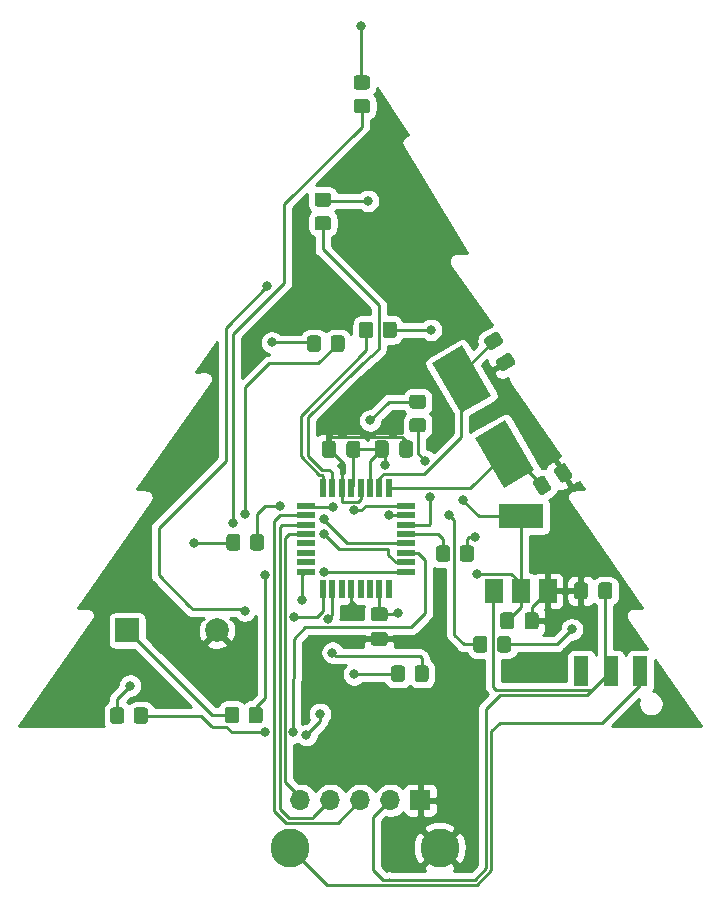
<source format=gbr>
%TF.GenerationSoftware,KiCad,Pcbnew,(5.1.10)-1*%
%TF.CreationDate,2021-11-23T17:51:28-05:00*%
%TF.ProjectId,Electronics Club,456c6563-7472-46f6-9e69-637320436c75,rev?*%
%TF.SameCoordinates,Original*%
%TF.FileFunction,Copper,L2,Bot*%
%TF.FilePolarity,Positive*%
%FSLAX46Y46*%
G04 Gerber Fmt 4.6, Leading zero omitted, Abs format (unit mm)*
G04 Created by KiCad (PCBNEW (5.1.10)-1) date 2021-11-23 17:51:28*
%MOMM*%
%LPD*%
G01*
G04 APERTURE LIST*
%TA.AperFunction,SMDPad,CuDef*%
%ADD10C,0.100000*%
%TD*%
%TA.AperFunction,ComponentPad*%
%ADD11C,3.300000*%
%TD*%
%TA.AperFunction,ComponentPad*%
%ADD12R,2.000000X2.000000*%
%TD*%
%TA.AperFunction,ComponentPad*%
%ADD13C,2.000000*%
%TD*%
%TA.AperFunction,SMDPad,CuDef*%
%ADD14R,1.250000X2.500000*%
%TD*%
%TA.AperFunction,SMDPad,CuDef*%
%ADD15R,3.800000X2.000000*%
%TD*%
%TA.AperFunction,SMDPad,CuDef*%
%ADD16R,1.500000X2.000000*%
%TD*%
%TA.AperFunction,SMDPad,CuDef*%
%ADD17R,0.550000X1.600000*%
%TD*%
%TA.AperFunction,SMDPad,CuDef*%
%ADD18R,1.600000X0.550000*%
%TD*%
%TA.AperFunction,ComponentPad*%
%ADD19R,1.700000X1.700000*%
%TD*%
%TA.AperFunction,ComponentPad*%
%ADD20O,1.700000X1.700000*%
%TD*%
%TA.AperFunction,ViaPad*%
%ADD21C,0.800000*%
%TD*%
%TA.AperFunction,Conductor*%
%ADD22C,0.250000*%
%TD*%
%TA.AperFunction,Conductor*%
%ADD23C,0.254000*%
%TD*%
%TA.AperFunction,Conductor*%
%ADD24C,0.100000*%
%TD*%
G04 APERTURE END LIST*
%TA.AperFunction,SMDPad,CuDef*%
D10*
%TO.P,Y1,2*%
%TO.N,Net-(C7-Pad2)*%
G36*
X191684362Y-93065438D02*
G01*
X194282438Y-91565438D01*
X196732438Y-95808962D01*
X194134362Y-97308962D01*
X191684362Y-93065438D01*
G37*
%TD.AperFunction*%
%TA.AperFunction,SMDPad,CuDef*%
%TO.P,Y1,1*%
%TO.N,Net-(C6-Pad2)*%
G36*
X188034362Y-86743452D02*
G01*
X190632438Y-85243452D01*
X193082438Y-89486976D01*
X190484362Y-90986976D01*
X188034362Y-86743452D01*
G37*
%TD.AperFunction*%
%TD*%
D11*
%TO.P,BT1,1*%
%TO.N,Net-(BT1-Pad1)*%
X176009300Y-127774700D03*
%TO.P,BT1,2*%
%TO.N,GND*%
X188709300Y-127774700D03*
%TD*%
D12*
%TO.P,BZ1,1*%
%TO.N,Net-(BZ1-Pad1)*%
X162255200Y-109372400D03*
D13*
%TO.P,BZ1,2*%
%TO.N,GND*%
X169855200Y-109372400D03*
%TD*%
%TO.P,C1,2*%
%TO.N,GND*%
%TA.AperFunction,SMDPad,CuDef*%
G36*
G01*
X201255300Y-105544600D02*
X201255300Y-106494600D01*
G75*
G02*
X201005300Y-106744600I-250000J0D01*
G01*
X200330300Y-106744600D01*
G75*
G02*
X200080300Y-106494600I0J250000D01*
G01*
X200080300Y-105544600D01*
G75*
G02*
X200330300Y-105294600I250000J0D01*
G01*
X201005300Y-105294600D01*
G75*
G02*
X201255300Y-105544600I0J-250000D01*
G01*
G37*
%TD.AperFunction*%
%TO.P,C1,1*%
%TO.N,VCC*%
%TA.AperFunction,SMDPad,CuDef*%
G36*
G01*
X203330300Y-105544600D02*
X203330300Y-106494600D01*
G75*
G02*
X203080300Y-106744600I-250000J0D01*
G01*
X202405300Y-106744600D01*
G75*
G02*
X202155300Y-106494600I0J250000D01*
G01*
X202155300Y-105544600D01*
G75*
G02*
X202405300Y-105294600I250000J0D01*
G01*
X203080300Y-105294600D01*
G75*
G02*
X203330300Y-105544600I0J-250000D01*
G01*
G37*
%TD.AperFunction*%
%TD*%
%TO.P,C2,1*%
%TO.N,+5V*%
%TA.AperFunction,SMDPad,CuDef*%
G36*
G01*
X193831900Y-109034600D02*
X193831900Y-108084600D01*
G75*
G02*
X194081900Y-107834600I250000J0D01*
G01*
X194756900Y-107834600D01*
G75*
G02*
X195006900Y-108084600I0J-250000D01*
G01*
X195006900Y-109034600D01*
G75*
G02*
X194756900Y-109284600I-250000J0D01*
G01*
X194081900Y-109284600D01*
G75*
G02*
X193831900Y-109034600I0J250000D01*
G01*
G37*
%TD.AperFunction*%
%TO.P,C2,2*%
%TO.N,GND*%
%TA.AperFunction,SMDPad,CuDef*%
G36*
G01*
X195906900Y-109034600D02*
X195906900Y-108084600D01*
G75*
G02*
X196156900Y-107834600I250000J0D01*
G01*
X196831900Y-107834600D01*
G75*
G02*
X197081900Y-108084600I0J-250000D01*
G01*
X197081900Y-109034600D01*
G75*
G02*
X196831900Y-109284600I-250000J0D01*
G01*
X196156900Y-109284600D01*
G75*
G02*
X195906900Y-109034600I0J250000D01*
G01*
G37*
%TD.AperFunction*%
%TD*%
%TO.P,C3,2*%
%TO.N,GND*%
%TA.AperFunction,SMDPad,CuDef*%
G36*
G01*
X185285800Y-94480400D02*
X185285800Y-93530400D01*
G75*
G02*
X185535800Y-93280400I250000J0D01*
G01*
X186210800Y-93280400D01*
G75*
G02*
X186460800Y-93530400I0J-250000D01*
G01*
X186460800Y-94480400D01*
G75*
G02*
X186210800Y-94730400I-250000J0D01*
G01*
X185535800Y-94730400D01*
G75*
G02*
X185285800Y-94480400I0J250000D01*
G01*
G37*
%TD.AperFunction*%
%TO.P,C3,1*%
%TO.N,+5V*%
%TA.AperFunction,SMDPad,CuDef*%
G36*
G01*
X183210800Y-94480400D02*
X183210800Y-93530400D01*
G75*
G02*
X183460800Y-93280400I250000J0D01*
G01*
X184135800Y-93280400D01*
G75*
G02*
X184385800Y-93530400I0J-250000D01*
G01*
X184385800Y-94480400D01*
G75*
G02*
X184135800Y-94730400I-250000J0D01*
G01*
X183460800Y-94730400D01*
G75*
G02*
X183210800Y-94480400I0J250000D01*
G01*
G37*
%TD.AperFunction*%
%TD*%
%TO.P,C4,1*%
%TO.N,+5V*%
%TA.AperFunction,SMDPad,CuDef*%
G36*
G01*
X183116200Y-107421100D02*
X184066200Y-107421100D01*
G75*
G02*
X184316200Y-107671100I0J-250000D01*
G01*
X184316200Y-108346100D01*
G75*
G02*
X184066200Y-108596100I-250000J0D01*
G01*
X183116200Y-108596100D01*
G75*
G02*
X182866200Y-108346100I0J250000D01*
G01*
X182866200Y-107671100D01*
G75*
G02*
X183116200Y-107421100I250000J0D01*
G01*
G37*
%TD.AperFunction*%
%TO.P,C4,2*%
%TO.N,GND*%
%TA.AperFunction,SMDPad,CuDef*%
G36*
G01*
X183116200Y-109496100D02*
X184066200Y-109496100D01*
G75*
G02*
X184316200Y-109746100I0J-250000D01*
G01*
X184316200Y-110421100D01*
G75*
G02*
X184066200Y-110671100I-250000J0D01*
G01*
X183116200Y-110671100D01*
G75*
G02*
X182866200Y-110421100I0J250000D01*
G01*
X182866200Y-109746100D01*
G75*
G02*
X183116200Y-109496100I250000J0D01*
G01*
G37*
%TD.AperFunction*%
%TD*%
%TO.P,C5,2*%
%TO.N,GND*%
%TA.AperFunction,SMDPad,CuDef*%
G36*
G01*
X179919300Y-93555800D02*
X179919300Y-94505800D01*
G75*
G02*
X179669300Y-94755800I-250000J0D01*
G01*
X178994300Y-94755800D01*
G75*
G02*
X178744300Y-94505800I0J250000D01*
G01*
X178744300Y-93555800D01*
G75*
G02*
X178994300Y-93305800I250000J0D01*
G01*
X179669300Y-93305800D01*
G75*
G02*
X179919300Y-93555800I0J-250000D01*
G01*
G37*
%TD.AperFunction*%
%TO.P,C5,1*%
%TO.N,+5V*%
%TA.AperFunction,SMDPad,CuDef*%
G36*
G01*
X181994300Y-93555800D02*
X181994300Y-94505800D01*
G75*
G02*
X181744300Y-94755800I-250000J0D01*
G01*
X181069300Y-94755800D01*
G75*
G02*
X180819300Y-94505800I0J250000D01*
G01*
X180819300Y-93555800D01*
G75*
G02*
X181069300Y-93305800I250000J0D01*
G01*
X181744300Y-93305800D01*
G75*
G02*
X181994300Y-93555800I0J-250000D01*
G01*
G37*
%TD.AperFunction*%
%TD*%
%TO.P,C6,1*%
%TO.N,GND*%
%TA.AperFunction,SMDPad,CuDef*%
G36*
G01*
X195015112Y-86936090D02*
X194192388Y-87411090D01*
G75*
G02*
X193850882Y-87319584I-125000J216506D01*
G01*
X193513382Y-86735016D01*
G75*
G02*
X193604888Y-86393510I216506J125000D01*
G01*
X194427612Y-85918510D01*
G75*
G02*
X194769118Y-86010016I125000J-216506D01*
G01*
X195106618Y-86594584D01*
G75*
G02*
X195015112Y-86936090I-216506J-125000D01*
G01*
G37*
%TD.AperFunction*%
%TO.P,C6,2*%
%TO.N,Net-(C6-Pad2)*%
%TA.AperFunction,SMDPad,CuDef*%
G36*
G01*
X193977612Y-85139088D02*
X193154888Y-85614088D01*
G75*
G02*
X192813382Y-85522582I-125000J216506D01*
G01*
X192475882Y-84938014D01*
G75*
G02*
X192567388Y-84596508I216506J125000D01*
G01*
X193390112Y-84121508D01*
G75*
G02*
X193731618Y-84213014I125000J-216506D01*
G01*
X194069118Y-84797582D01*
G75*
G02*
X193977612Y-85139088I-216506J-125000D01*
G01*
G37*
%TD.AperFunction*%
%TD*%
%TO.P,C7,1*%
%TO.N,GND*%
%TA.AperFunction,SMDPad,CuDef*%
G36*
G01*
X199445390Y-95332288D02*
X199920390Y-96155012D01*
G75*
G02*
X199828884Y-96496518I-216506J-125000D01*
G01*
X199244316Y-96834018D01*
G75*
G02*
X198902810Y-96742512I-125000J216506D01*
G01*
X198427810Y-95919788D01*
G75*
G02*
X198519316Y-95578282I216506J125000D01*
G01*
X199103884Y-95240782D01*
G75*
G02*
X199445390Y-95332288I125000J-216506D01*
G01*
G37*
%TD.AperFunction*%
%TO.P,C7,2*%
%TO.N,Net-(C7-Pad2)*%
%TA.AperFunction,SMDPad,CuDef*%
G36*
G01*
X197648388Y-96369788D02*
X198123388Y-97192512D01*
G75*
G02*
X198031882Y-97534018I-216506J-125000D01*
G01*
X197447314Y-97871518D01*
G75*
G02*
X197105808Y-97780012I-125000J216506D01*
G01*
X196630808Y-96957288D01*
G75*
G02*
X196722314Y-96615782I216506J125000D01*
G01*
X197306882Y-96278282D01*
G75*
G02*
X197648388Y-96369788I125000J-216506D01*
G01*
G37*
%TD.AperFunction*%
%TD*%
%TO.P,R1,1*%
%TO.N,/D11MOSI*%
%TA.AperFunction,SMDPad,CuDef*%
G36*
G01*
X182568001Y-65573200D02*
X181667999Y-65573200D01*
G75*
G02*
X181418000Y-65323201I0J249999D01*
G01*
X181418000Y-64623199D01*
G75*
G02*
X181667999Y-64373200I249999J0D01*
G01*
X182568001Y-64373200D01*
G75*
G02*
X182818000Y-64623199I0J-249999D01*
G01*
X182818000Y-65323201D01*
G75*
G02*
X182568001Y-65573200I-249999J0D01*
G01*
G37*
%TD.AperFunction*%
%TO.P,R1,2*%
%TO.N,Net-(D1-Pad2)*%
%TA.AperFunction,SMDPad,CuDef*%
G36*
G01*
X182568001Y-63573200D02*
X181667999Y-63573200D01*
G75*
G02*
X181418000Y-63323201I0J249999D01*
G01*
X181418000Y-62623199D01*
G75*
G02*
X181667999Y-62373200I249999J0D01*
G01*
X182568001Y-62373200D01*
G75*
G02*
X182818000Y-62623199I0J-249999D01*
G01*
X182818000Y-63323201D01*
G75*
G02*
X182568001Y-63573200I-249999J0D01*
G01*
G37*
%TD.AperFunction*%
%TD*%
%TO.P,R2,2*%
%TO.N,Net-(D2-Pad2)*%
%TA.AperFunction,SMDPad,CuDef*%
G36*
G01*
X162007600Y-116135999D02*
X162007600Y-117036001D01*
G75*
G02*
X161757601Y-117286000I-249999J0D01*
G01*
X161057599Y-117286000D01*
G75*
G02*
X160807600Y-117036001I0J249999D01*
G01*
X160807600Y-116135999D01*
G75*
G02*
X161057599Y-115886000I249999J0D01*
G01*
X161757601Y-115886000D01*
G75*
G02*
X162007600Y-116135999I0J-249999D01*
G01*
G37*
%TD.AperFunction*%
%TO.P,R2,1*%
%TO.N,/D10*%
%TA.AperFunction,SMDPad,CuDef*%
G36*
G01*
X164007600Y-116135999D02*
X164007600Y-117036001D01*
G75*
G02*
X163757601Y-117286000I-249999J0D01*
G01*
X163057599Y-117286000D01*
G75*
G02*
X162807600Y-117036001I0J249999D01*
G01*
X162807600Y-116135999D01*
G75*
G02*
X163057599Y-115886000I249999J0D01*
G01*
X163757601Y-115886000D01*
G75*
G02*
X164007600Y-116135999I0J-249999D01*
G01*
G37*
%TD.AperFunction*%
%TD*%
%TO.P,R3,1*%
%TO.N,/D9*%
%TA.AperFunction,SMDPad,CuDef*%
G36*
G01*
X180670000Y-84639999D02*
X180670000Y-85540001D01*
G75*
G02*
X180420001Y-85790000I-249999J0D01*
G01*
X179719999Y-85790000D01*
G75*
G02*
X179470000Y-85540001I0J249999D01*
G01*
X179470000Y-84639999D01*
G75*
G02*
X179719999Y-84390000I249999J0D01*
G01*
X180420001Y-84390000D01*
G75*
G02*
X180670000Y-84639999I0J-249999D01*
G01*
G37*
%TD.AperFunction*%
%TO.P,R3,2*%
%TO.N,Net-(D3-Pad2)*%
%TA.AperFunction,SMDPad,CuDef*%
G36*
G01*
X178670000Y-84639999D02*
X178670000Y-85540001D01*
G75*
G02*
X178420001Y-85790000I-249999J0D01*
G01*
X177719999Y-85790000D01*
G75*
G02*
X177470000Y-85540001I0J249999D01*
G01*
X177470000Y-84639999D01*
G75*
G02*
X177719999Y-84390000I249999J0D01*
G01*
X178420001Y-84390000D01*
G75*
G02*
X178670000Y-84639999I0J-249999D01*
G01*
G37*
%TD.AperFunction*%
%TD*%
%TO.P,R4,2*%
%TO.N,Net-(D4-Pad2)*%
%TA.AperFunction,SMDPad,CuDef*%
G36*
G01*
X190408000Y-103320001D02*
X190408000Y-102419999D01*
G75*
G02*
X190657999Y-102170000I249999J0D01*
G01*
X191358001Y-102170000D01*
G75*
G02*
X191608000Y-102419999I0J-249999D01*
G01*
X191608000Y-103320001D01*
G75*
G02*
X191358001Y-103570000I-249999J0D01*
G01*
X190657999Y-103570000D01*
G75*
G02*
X190408000Y-103320001I0J249999D01*
G01*
G37*
%TD.AperFunction*%
%TO.P,R4,1*%
%TO.N,/D8*%
%TA.AperFunction,SMDPad,CuDef*%
G36*
G01*
X188408000Y-103320001D02*
X188408000Y-102419999D01*
G75*
G02*
X188657999Y-102170000I249999J0D01*
G01*
X189358001Y-102170000D01*
G75*
G02*
X189608000Y-102419999I0J-249999D01*
G01*
X189608000Y-103320001D01*
G75*
G02*
X189358001Y-103570000I-249999J0D01*
G01*
X188657999Y-103570000D01*
G75*
G02*
X188408000Y-103320001I0J249999D01*
G01*
G37*
%TD.AperFunction*%
%TD*%
%TO.P,R5,1*%
%TO.N,/D7*%
%TA.AperFunction,SMDPad,CuDef*%
G36*
G01*
X187292401Y-92598800D02*
X186392399Y-92598800D01*
G75*
G02*
X186142400Y-92348801I0J249999D01*
G01*
X186142400Y-91648799D01*
G75*
G02*
X186392399Y-91398800I249999J0D01*
G01*
X187292401Y-91398800D01*
G75*
G02*
X187542400Y-91648799I0J-249999D01*
G01*
X187542400Y-92348801D01*
G75*
G02*
X187292401Y-92598800I-249999J0D01*
G01*
G37*
%TD.AperFunction*%
%TO.P,R5,2*%
%TO.N,Net-(D5-Pad2)*%
%TA.AperFunction,SMDPad,CuDef*%
G36*
G01*
X187292401Y-90598800D02*
X186392399Y-90598800D01*
G75*
G02*
X186142400Y-90348801I0J249999D01*
G01*
X186142400Y-89648799D01*
G75*
G02*
X186392399Y-89398800I249999J0D01*
G01*
X187292401Y-89398800D01*
G75*
G02*
X187542400Y-89648799I0J-249999D01*
G01*
X187542400Y-90348801D01*
G75*
G02*
X187292401Y-90598800I-249999J0D01*
G01*
G37*
%TD.AperFunction*%
%TD*%
%TO.P,R6,2*%
%TO.N,Net-(D6-Pad2)*%
%TA.AperFunction,SMDPad,CuDef*%
G36*
G01*
X193557600Y-110990801D02*
X193557600Y-110090799D01*
G75*
G02*
X193807599Y-109840800I249999J0D01*
G01*
X194507601Y-109840800D01*
G75*
G02*
X194757600Y-110090799I0J-249999D01*
G01*
X194757600Y-110990801D01*
G75*
G02*
X194507601Y-111240800I-249999J0D01*
G01*
X193807599Y-111240800D01*
G75*
G02*
X193557600Y-110990801I0J249999D01*
G01*
G37*
%TD.AperFunction*%
%TO.P,R6,1*%
%TO.N,/D6*%
%TA.AperFunction,SMDPad,CuDef*%
G36*
G01*
X191557600Y-110990801D02*
X191557600Y-110090799D01*
G75*
G02*
X191807599Y-109840800I249999J0D01*
G01*
X192507601Y-109840800D01*
G75*
G02*
X192757600Y-110090799I0J-249999D01*
G01*
X192757600Y-110990801D01*
G75*
G02*
X192507601Y-111240800I-249999J0D01*
G01*
X191807599Y-111240800D01*
G75*
G02*
X191557600Y-110990801I0J249999D01*
G01*
G37*
%TD.AperFunction*%
%TD*%
%TO.P,R7,1*%
%TO.N,/D5*%
%TA.AperFunction,SMDPad,CuDef*%
G36*
G01*
X173846800Y-101454799D02*
X173846800Y-102354801D01*
G75*
G02*
X173596801Y-102604800I-249999J0D01*
G01*
X172896799Y-102604800D01*
G75*
G02*
X172646800Y-102354801I0J249999D01*
G01*
X172646800Y-101454799D01*
G75*
G02*
X172896799Y-101204800I249999J0D01*
G01*
X173596801Y-101204800D01*
G75*
G02*
X173846800Y-101454799I0J-249999D01*
G01*
G37*
%TD.AperFunction*%
%TO.P,R7,2*%
%TO.N,Net-(D7-Pad2)*%
%TA.AperFunction,SMDPad,CuDef*%
G36*
G01*
X171846800Y-101454799D02*
X171846800Y-102354801D01*
G75*
G02*
X171596801Y-102604800I-249999J0D01*
G01*
X170896799Y-102604800D01*
G75*
G02*
X170646800Y-102354801I0J249999D01*
G01*
X170646800Y-101454799D01*
G75*
G02*
X170896799Y-101204800I249999J0D01*
G01*
X171596801Y-101204800D01*
G75*
G02*
X171846800Y-101454799I0J-249999D01*
G01*
G37*
%TD.AperFunction*%
%TD*%
%TO.P,R8,2*%
%TO.N,Net-(D8-Pad2)*%
%TA.AperFunction,SMDPad,CuDef*%
G36*
G01*
X179266001Y-73498000D02*
X178365999Y-73498000D01*
G75*
G02*
X178116000Y-73248001I0J249999D01*
G01*
X178116000Y-72547999D01*
G75*
G02*
X178365999Y-72298000I249999J0D01*
G01*
X179266001Y-72298000D01*
G75*
G02*
X179516000Y-72547999I0J-249999D01*
G01*
X179516000Y-73248001D01*
G75*
G02*
X179266001Y-73498000I-249999J0D01*
G01*
G37*
%TD.AperFunction*%
%TO.P,R8,1*%
%TO.N,/D4*%
%TA.AperFunction,SMDPad,CuDef*%
G36*
G01*
X179266001Y-75498000D02*
X178365999Y-75498000D01*
G75*
G02*
X178116000Y-75248001I0J249999D01*
G01*
X178116000Y-74547999D01*
G75*
G02*
X178365999Y-74298000I249999J0D01*
G01*
X179266001Y-74298000D01*
G75*
G02*
X179516000Y-74547999I0J-249999D01*
G01*
X179516000Y-75248001D01*
G75*
G02*
X179266001Y-75498000I-249999J0D01*
G01*
G37*
%TD.AperFunction*%
%TD*%
%TO.P,R9,1*%
%TO.N,/D3*%
%TA.AperFunction,SMDPad,CuDef*%
G36*
G01*
X181873600Y-84371601D02*
X181873600Y-83471599D01*
G75*
G02*
X182123599Y-83221600I249999J0D01*
G01*
X182823601Y-83221600D01*
G75*
G02*
X183073600Y-83471599I0J-249999D01*
G01*
X183073600Y-84371601D01*
G75*
G02*
X182823601Y-84621600I-249999J0D01*
G01*
X182123599Y-84621600D01*
G75*
G02*
X181873600Y-84371601I0J249999D01*
G01*
G37*
%TD.AperFunction*%
%TO.P,R9,2*%
%TO.N,Net-(D9-Pad2)*%
%TA.AperFunction,SMDPad,CuDef*%
G36*
G01*
X183873600Y-84371601D02*
X183873600Y-83471599D01*
G75*
G02*
X184123599Y-83221600I249999J0D01*
G01*
X184823601Y-83221600D01*
G75*
G02*
X185073600Y-83471599I0J-249999D01*
G01*
X185073600Y-84371601D01*
G75*
G02*
X184823601Y-84621600I-249999J0D01*
G01*
X184123599Y-84621600D01*
G75*
G02*
X183873600Y-84371601I0J249999D01*
G01*
G37*
%TD.AperFunction*%
%TD*%
%TO.P,R10,2*%
%TO.N,Net-(D10-Pad2)*%
%TA.AperFunction,SMDPad,CuDef*%
G36*
G01*
X185782000Y-112579999D02*
X185782000Y-113480001D01*
G75*
G02*
X185532001Y-113730000I-249999J0D01*
G01*
X184831999Y-113730000D01*
G75*
G02*
X184582000Y-113480001I0J249999D01*
G01*
X184582000Y-112579999D01*
G75*
G02*
X184831999Y-112330000I249999J0D01*
G01*
X185532001Y-112330000D01*
G75*
G02*
X185782000Y-112579999I0J-249999D01*
G01*
G37*
%TD.AperFunction*%
%TO.P,R10,1*%
%TO.N,/D2*%
%TA.AperFunction,SMDPad,CuDef*%
G36*
G01*
X187782000Y-112579999D02*
X187782000Y-113480001D01*
G75*
G02*
X187532001Y-113730000I-249999J0D01*
G01*
X186831999Y-113730000D01*
G75*
G02*
X186582000Y-113480001I0J249999D01*
G01*
X186582000Y-112579999D01*
G75*
G02*
X186831999Y-112330000I249999J0D01*
G01*
X187532001Y-112330000D01*
G75*
G02*
X187782000Y-112579999I0J-249999D01*
G01*
G37*
%TD.AperFunction*%
%TD*%
%TO.P,R11,1*%
%TO.N,/D12MISO*%
%TA.AperFunction,SMDPad,CuDef*%
G36*
G01*
X173726400Y-116085199D02*
X173726400Y-116985201D01*
G75*
G02*
X173476401Y-117235200I-249999J0D01*
G01*
X172776399Y-117235200D01*
G75*
G02*
X172526400Y-116985201I0J249999D01*
G01*
X172526400Y-116085199D01*
G75*
G02*
X172776399Y-115835200I249999J0D01*
G01*
X173476401Y-115835200D01*
G75*
G02*
X173726400Y-116085199I0J-249999D01*
G01*
G37*
%TD.AperFunction*%
%TO.P,R11,2*%
%TO.N,Net-(BZ1-Pad1)*%
%TA.AperFunction,SMDPad,CuDef*%
G36*
G01*
X171726400Y-116085199D02*
X171726400Y-116985201D01*
G75*
G02*
X171476401Y-117235200I-249999J0D01*
G01*
X170776399Y-117235200D01*
G75*
G02*
X170526400Y-116985201I0J249999D01*
G01*
X170526400Y-116085199D01*
G75*
G02*
X170776399Y-115835200I249999J0D01*
G01*
X171476401Y-115835200D01*
G75*
G02*
X171726400Y-116085199I0J-249999D01*
G01*
G37*
%TD.AperFunction*%
%TD*%
D14*
%TO.P,SW1,1*%
%TO.N,Net-(BT1-Pad1)*%
X205700000Y-112820000D03*
%TO.P,SW1,2*%
%TO.N,VCC*%
X203200000Y-112820000D03*
%TO.P,SW1,3*%
%TO.N,N/C*%
X200700000Y-112820000D03*
%TD*%
D15*
%TO.P,U2,2*%
%TO.N,+5V*%
X195580000Y-99720000D03*
D16*
X195580000Y-106020000D03*
%TO.P,U2,3*%
%TO.N,VCC*%
X193280000Y-106020000D03*
%TO.P,U2,1*%
%TO.N,GND*%
X197880000Y-106020000D03*
%TD*%
D17*
%TO.P,U3,1*%
%TO.N,/D3*%
X178810000Y-97350000D03*
%TO.P,U3,2*%
%TO.N,/D4*%
X179610000Y-97350000D03*
%TO.P,U3,3*%
%TO.N,GND*%
X180410000Y-97350000D03*
%TO.P,U3,4*%
%TO.N,+5V*%
X181210000Y-97350000D03*
%TO.P,U3,5*%
%TO.N,GND*%
X182010000Y-97350000D03*
%TO.P,U3,6*%
%TO.N,+5V*%
X182810000Y-97350000D03*
%TO.P,U3,7*%
%TO.N,Net-(C6-Pad2)*%
X183610000Y-97350000D03*
%TO.P,U3,8*%
%TO.N,Net-(C7-Pad2)*%
X184410000Y-97350000D03*
D18*
%TO.P,U3,9*%
%TO.N,/D5*%
X185860000Y-98800000D03*
%TO.P,U3,10*%
%TO.N,/D6*%
X185860000Y-99600000D03*
%TO.P,U3,11*%
%TO.N,/D7*%
X185860000Y-100400000D03*
%TO.P,U3,12*%
%TO.N,/D8*%
X185860000Y-101200000D03*
%TO.P,U3,13*%
%TO.N,/D9*%
X185860000Y-102000000D03*
%TO.P,U3,14*%
%TO.N,/D10*%
X185860000Y-102800000D03*
%TO.P,U3,15*%
%TO.N,/D11MOSI*%
X185860000Y-103600000D03*
%TO.P,U3,16*%
%TO.N,/D12MISO*%
X185860000Y-104400000D03*
D17*
%TO.P,U3,17*%
%TO.N,/D13SCK*%
X184410000Y-105850000D03*
%TO.P,U3,18*%
%TO.N,+5V*%
X183610000Y-105850000D03*
%TO.P,U3,19*%
%TO.N,Net-(U3-Pad19)*%
X182810000Y-105850000D03*
%TO.P,U3,20*%
%TO.N,Net-(U3-Pad20)*%
X182010000Y-105850000D03*
%TO.P,U3,21*%
%TO.N,GND*%
X181210000Y-105850000D03*
%TO.P,U3,22*%
%TO.N,Net-(U3-Pad22)*%
X180410000Y-105850000D03*
%TO.P,U3,23*%
%TO.N,/D14*%
X179610000Y-105850000D03*
%TO.P,U3,24*%
%TO.N,/D15*%
X178810000Y-105850000D03*
D18*
%TO.P,U3,25*%
%TO.N,/D16*%
X177360000Y-104400000D03*
%TO.P,U3,26*%
%TO.N,/D17*%
X177360000Y-103600000D03*
%TO.P,U3,27*%
%TO.N,/D18*%
X177360000Y-102800000D03*
%TO.P,U3,28*%
%TO.N,/D19*%
X177360000Y-102000000D03*
%TO.P,U3,29*%
%TO.N,/RESET*%
X177360000Y-101200000D03*
%TO.P,U3,30*%
%TO.N,/328_RX*%
X177360000Y-100400000D03*
%TO.P,U3,31*%
%TO.N,/328_TX*%
X177360000Y-99600000D03*
%TO.P,U3,32*%
%TO.N,/D2*%
X177360000Y-98800000D03*
%TD*%
D19*
%TO.P,J1,1*%
%TO.N,GND*%
X187083700Y-123736100D03*
D20*
%TO.P,J1,2*%
%TO.N,VCC*%
X184543700Y-123736100D03*
%TO.P,J1,3*%
%TO.N,/328_TX*%
X182003700Y-123736100D03*
%TO.P,J1,4*%
%TO.N,/328_RX*%
X179463700Y-123736100D03*
%TO.P,J1,5*%
%TO.N,/RESET*%
X176923700Y-123736100D03*
%TD*%
D21*
%TO.N,GND*%
X183502300Y-69303900D03*
X176987200Y-75590400D03*
X196811900Y-92773500D03*
X200621900Y-102108000D03*
X209410300Y-116446300D03*
X155384500Y-116217700D03*
X160578800Y-106400600D03*
X165138100Y-96469200D03*
X181279800Y-117170200D03*
X186182000Y-117221000D03*
X181965600Y-107645200D03*
X178943000Y-91986100D03*
%TO.N,+5V*%
X191897000Y-104597200D03*
X185166000Y-107924600D03*
X190703200Y-98361500D03*
X184069740Y-95363200D03*
%TO.N,Net-(D1-Pad2)*%
X182016400Y-58166000D03*
%TO.N,Net-(D2-Pad2)*%
X162509200Y-114046000D03*
%TO.N,Net-(D3-Pad2)*%
X174498000Y-84988400D03*
%TO.N,Net-(D4-Pad2)*%
X191744600Y-101460300D03*
%TO.N,Net-(D5-Pad2)*%
X182829200Y-91592400D03*
%TO.N,Net-(D6-Pad2)*%
X199898000Y-109270800D03*
%TO.N,Net-(D7-Pad2)*%
X167944800Y-101955600D03*
%TO.N,Net-(D8-Pad2)*%
X182626000Y-72999600D03*
%TO.N,Net-(D9-Pad2)*%
X187960000Y-83921600D03*
%TO.N,Net-(D10-Pad2)*%
X181457600Y-113080800D03*
%TO.N,/D11MOSI*%
X178892200Y-101193600D03*
X171246800Y-100253800D03*
%TO.N,/D10*%
X173925400Y-118008400D03*
X176326800Y-118008400D03*
%TO.N,/D9*%
X178903800Y-99949000D03*
X172262800Y-99491800D03*
%TO.N,/D7*%
X187883800Y-98075000D03*
X187485447Y-95004047D03*
%TO.N,/D6*%
X184422800Y-99600000D03*
X189534800Y-99618800D03*
%TO.N,/D5*%
X175209200Y-98856800D03*
X181457600Y-99212400D03*
%TO.N,/D2*%
X179628800Y-111252000D03*
X179679600Y-98907600D03*
%TO.N,/D12MISO*%
X173888400Y-104648000D03*
X178903800Y-104449998D03*
%TO.N,/D14*%
X174117000Y-80238600D03*
X172212000Y-107696000D03*
X177419000Y-118237000D03*
X178562000Y-116433600D03*
X179273200Y-108393400D03*
%TO.N,/D15*%
X176352200Y-108254800D03*
%TO.N,/D16*%
X177088800Y-106832400D03*
%TD*%
D22*
%TO.N,Net-(BT1-Pad1)*%
X205700000Y-112820000D02*
X205700000Y-113832000D01*
X193090800Y-129692400D02*
X191871600Y-130911600D01*
X193090800Y-117906800D02*
X193090800Y-129692400D01*
X193802000Y-117195600D02*
X193090800Y-117906800D01*
X179146200Y-130911600D02*
X176009300Y-127774700D01*
X191871600Y-130911600D02*
X179146200Y-130911600D01*
X202488800Y-117195600D02*
X193802000Y-117195600D01*
X205700000Y-113984400D02*
X202488800Y-117195600D01*
X205700000Y-112820000D02*
X205700000Y-113984400D01*
%TO.N,GND*%
X197880400Y-106019600D02*
X197880000Y-106020000D01*
X200667800Y-106019600D02*
X197880400Y-106019600D01*
X196494400Y-107405600D02*
X197880000Y-106020000D01*
X196494400Y-108559600D02*
X196494400Y-107405600D01*
X180410000Y-95109000D02*
X179331800Y-94030800D01*
X180410000Y-97350000D02*
X180410000Y-95109000D01*
X185873300Y-94005400D02*
X185873300Y-93315700D01*
X185512990Y-92955390D02*
X179510410Y-92955390D01*
X185873300Y-93315700D02*
X185512990Y-92955390D01*
X179331800Y-93134000D02*
X179331800Y-94030800D01*
X179510410Y-92955390D02*
X179331800Y-93134000D01*
X181210000Y-106889600D02*
X181965600Y-107645200D01*
X181210000Y-105850000D02*
X181210000Y-106889600D01*
X180410000Y-97350000D02*
X180410000Y-98469600D01*
X180427799Y-98487399D02*
X181799399Y-98487399D01*
X180410000Y-98469600D02*
X180427799Y-98487399D01*
X182010000Y-98276798D02*
X182010000Y-97350000D01*
X181799399Y-98487399D02*
X182010000Y-98276798D01*
X182010000Y-97350000D02*
X182010000Y-96970900D01*
%TO.N,Net-(BZ1-Pad1)*%
X169418000Y-116535200D02*
X162255200Y-109372400D01*
X171126400Y-116535200D02*
X169418000Y-116535200D01*
%TO.N,VCC*%
X202742800Y-112362800D02*
X203200000Y-112820000D01*
X202742800Y-106019600D02*
X202742800Y-112362800D01*
X201624999Y-114395001D02*
X193490601Y-114395001D01*
X203200000Y-112820000D02*
X201624999Y-114395001D01*
X193232590Y-106067410D02*
X193280000Y-106020000D01*
X193232590Y-114136990D02*
X193232590Y-106067410D01*
X193490601Y-114395001D02*
X193232590Y-114136990D01*
X192640790Y-129140790D02*
X192640790Y-129506000D01*
X193815001Y-114794999D02*
X192623790Y-115986210D01*
X192623790Y-115986210D02*
X192623790Y-129123790D01*
X192623790Y-129123790D02*
X192640790Y-129140790D01*
X203200000Y-112820000D02*
X201225001Y-114794999D01*
X201225001Y-114794999D02*
X193815001Y-114794999D01*
X192640790Y-129506000D02*
X191685200Y-130461590D01*
X184423890Y-130461590D02*
X184404000Y-130441700D01*
X184436590Y-130461590D02*
X184423890Y-130461590D01*
X191685200Y-130461590D02*
X184436590Y-130461590D01*
X184423890Y-130461590D02*
X184269810Y-130461590D01*
X184436590Y-130461590D02*
X184269810Y-130461590D01*
X184423890Y-130461590D02*
X183915890Y-130461590D01*
X183915890Y-130461590D02*
X183095900Y-129641600D01*
X183095900Y-125183900D02*
X184543700Y-123736100D01*
X183095900Y-129641600D02*
X183095900Y-125183900D01*
%TO.N,+5V*%
X195580000Y-107399000D02*
X194419400Y-108559600D01*
X195580000Y-106020000D02*
X195580000Y-107399000D01*
X183591200Y-105868800D02*
X183610000Y-105850000D01*
X183591200Y-108008600D02*
X183591200Y-105868800D01*
X181406800Y-97153200D02*
X181210000Y-97350000D01*
X181406800Y-94030800D02*
X181406800Y-97153200D01*
X195580000Y-99720000D02*
X195580000Y-106020000D01*
X181432200Y-94005400D02*
X181406800Y-94030800D01*
X183798300Y-94005400D02*
X181432200Y-94005400D01*
X182810000Y-94993700D02*
X182810000Y-97350000D01*
X183798300Y-94005400D02*
X182810000Y-94993700D01*
X195580000Y-106020000D02*
X195580000Y-105384600D01*
X195580000Y-105384600D02*
X194792600Y-104597200D01*
X194792600Y-104597200D02*
X191897000Y-104597200D01*
X185082000Y-108008600D02*
X185166000Y-107924600D01*
X183591200Y-108008600D02*
X185082000Y-108008600D01*
X195580000Y-99720000D02*
X192010900Y-99720000D01*
X190703200Y-98412300D02*
X190703200Y-98361500D01*
X192010900Y-99720000D02*
X190703200Y-98412300D01*
X184069740Y-94276840D02*
X183798300Y-94005400D01*
X184069740Y-95363200D02*
X184069740Y-94276840D01*
%TO.N,Net-(C6-Pad2)*%
X190558400Y-87581898D02*
X190558400Y-88115214D01*
X193272500Y-84867798D02*
X190558400Y-87581898D01*
X183610000Y-97350000D02*
X183610000Y-96475800D01*
X183610000Y-96475800D02*
X183997600Y-96088200D01*
X183997600Y-96088200D02*
X187426600Y-96088200D01*
X190558400Y-92956400D02*
X190558400Y-88115214D01*
X187426600Y-96088200D02*
X190558400Y-92956400D01*
%TO.N,Net-(C7-Pad2)*%
X191295600Y-97350000D02*
X194208400Y-94437200D01*
X184410000Y-97350000D02*
X191295600Y-97350000D01*
X194739398Y-94437200D02*
X194208400Y-94437200D01*
X197377098Y-97074900D02*
X194739398Y-94437200D01*
%TO.N,Net-(D1-Pad2)*%
X182016400Y-62871600D02*
X182118000Y-62973200D01*
X182016400Y-58166000D02*
X182016400Y-62871600D01*
%TO.N,Net-(D2-Pad2)*%
X161407600Y-115147600D02*
X161407600Y-116586000D01*
X162509200Y-114046000D02*
X161407600Y-115147600D01*
%TO.N,Net-(D3-Pad2)*%
X177968400Y-84988400D02*
X178070000Y-85090000D01*
X174498000Y-84988400D02*
X177968400Y-84988400D01*
%TO.N,Net-(D4-Pad2)*%
X191008000Y-102870000D02*
X191008000Y-101663500D01*
X191211200Y-101460300D02*
X191744600Y-101460300D01*
X191008000Y-101663500D02*
X191211200Y-101460300D01*
%TO.N,Net-(D5-Pad2)*%
X184422800Y-89998800D02*
X182829200Y-91592400D01*
X186842400Y-89998800D02*
X184422800Y-89998800D01*
%TO.N,Net-(D6-Pad2)*%
X198628000Y-110540800D02*
X195259200Y-110540800D01*
X199898000Y-109270800D02*
X198628000Y-110540800D01*
X195259200Y-110540800D02*
X194157600Y-110540800D01*
%TO.N,Net-(D7-Pad2)*%
X171196000Y-101955600D02*
X171246800Y-101904800D01*
X167944800Y-101955600D02*
X171196000Y-101955600D01*
%TO.N,Net-(D8-Pad2)*%
X178917600Y-72999600D02*
X178816000Y-72898000D01*
X182626000Y-72999600D02*
X178917600Y-72999600D01*
%TO.N,Net-(D9-Pad2)*%
X187960000Y-83921600D02*
X184473600Y-83921600D01*
%TO.N,Net-(D10-Pad2)*%
X185131200Y-113080800D02*
X185182000Y-113030000D01*
X181457600Y-113080800D02*
X185131200Y-113080800D01*
%TO.N,/328_RX*%
X175393200Y-100400000D02*
X175151210Y-100641990D01*
X177360000Y-100400000D02*
X175393200Y-100400000D01*
X175151210Y-100641990D02*
X175151210Y-122343200D01*
X175151210Y-122343200D02*
X175151210Y-124452810D01*
X175151210Y-124452810D02*
X175920400Y-125222000D01*
X178003200Y-125196600D02*
X179463700Y-123736100D01*
X178003200Y-125222000D02*
X178003200Y-125196600D01*
X175920400Y-125222000D02*
X178003200Y-125222000D01*
%TO.N,/328_TX*%
X177360000Y-99600000D02*
X175177200Y-99600000D01*
X175177200Y-99600000D02*
X174701200Y-100076000D01*
X174701200Y-100076000D02*
X174701200Y-122529600D01*
X180067790Y-125672010D02*
X182003700Y-123736100D01*
X175734000Y-125672010D02*
X180067790Y-125672010D01*
X174701201Y-124639211D02*
X175734000Y-125672010D01*
X174701200Y-122529600D02*
X174701201Y-124639211D01*
%TO.N,/RESET*%
X177360000Y-101200000D02*
X175914000Y-101200000D01*
X175601799Y-118682601D02*
X175601220Y-118683180D01*
X175601799Y-101512201D02*
X175601799Y-118682601D01*
X175914000Y-101200000D02*
X175601799Y-101512201D01*
X175601220Y-118683180D02*
X175651441Y-118733401D01*
X175651441Y-118733401D02*
X175651441Y-122207021D01*
X175651441Y-122207021D02*
X177052110Y-123607690D01*
%TO.N,/D11MOSI*%
X184999998Y-103600000D02*
X184353200Y-102953202D01*
X185860000Y-103600000D02*
X184999998Y-103600000D01*
X184353200Y-102463600D02*
X184339610Y-102450010D01*
X184353200Y-102953202D02*
X184353200Y-102463600D01*
X184339610Y-102450010D02*
X180148610Y-102450010D01*
X180148610Y-102450010D02*
X178892200Y-101193600D01*
X171246800Y-100253800D02*
X171246800Y-84277200D01*
X171246800Y-84277200D02*
X175564800Y-79959200D01*
X175564800Y-79959200D02*
X175564800Y-73279000D01*
X182118000Y-66725800D02*
X182118000Y-64973200D01*
X175564800Y-73279000D02*
X182118000Y-66725800D01*
%TO.N,/D10*%
X163407600Y-116586000D02*
X168503600Y-116586000D01*
X168503600Y-116586000D02*
X169367200Y-117449600D01*
X169477810Y-117560210D02*
X170646210Y-117560210D01*
X169367200Y-117449600D02*
X169477810Y-117560210D01*
X170646210Y-117560210D02*
X171094400Y-118008400D01*
X171094400Y-118008400D02*
X173888400Y-118008400D01*
X173888400Y-118008400D02*
X173925400Y-118008400D01*
X176326800Y-113480998D02*
X176377600Y-113430198D01*
X176326800Y-118008400D02*
X176326800Y-113480998D01*
X176377600Y-113430198D02*
X176377600Y-110083600D01*
X176377600Y-110083600D02*
X177342800Y-109118400D01*
X177342800Y-109118400D02*
X186283600Y-109118400D01*
X186283600Y-109118400D02*
X187502800Y-107899200D01*
X186910000Y-102800000D02*
X185860000Y-102800000D01*
X187502800Y-103392800D02*
X186910000Y-102800000D01*
X187502800Y-107899200D02*
X187502800Y-103392800D01*
%TO.N,/D9*%
X185860000Y-102000000D02*
X180892400Y-102000000D01*
X178903800Y-100011400D02*
X178903800Y-99949000D01*
X180892400Y-102000000D02*
X178903800Y-100011400D01*
X172262800Y-99491800D02*
X172262800Y-88798400D01*
X172262800Y-88798400D02*
X174294800Y-86766400D01*
X178393600Y-86766400D02*
X180070000Y-85090000D01*
X174294800Y-86766400D02*
X178393600Y-86766400D01*
%TO.N,/D8*%
X189008000Y-102870000D02*
X189008000Y-101606600D01*
X188601400Y-101200000D02*
X185860000Y-101200000D01*
X189008000Y-101606600D02*
X188601400Y-101200000D01*
%TO.N,/D7*%
X185860000Y-100400000D02*
X187839200Y-100400000D01*
X187883800Y-100355400D02*
X187883800Y-98075000D01*
X187839200Y-100400000D02*
X187883800Y-100355400D01*
X186842400Y-94361000D02*
X186842400Y-91998800D01*
X187485447Y-95004047D02*
X186842400Y-94361000D01*
%TO.N,/D6*%
X185860000Y-99600000D02*
X184422800Y-99600000D01*
X189934799Y-100018799D02*
X189934799Y-109721599D01*
X189534800Y-99618800D02*
X189934799Y-100018799D01*
X190754000Y-110540800D02*
X192157600Y-110540800D01*
X189934799Y-109721599D02*
X190754000Y-110540800D01*
%TO.N,/D5*%
X173246800Y-101904800D02*
X173246800Y-99549200D01*
X173246800Y-99549200D02*
X173939200Y-98856800D01*
X173939200Y-98856800D02*
X175209200Y-98856800D01*
X182435685Y-98800000D02*
X185860000Y-98800000D01*
X182023285Y-99212400D02*
X182435685Y-98800000D01*
X181457600Y-99212400D02*
X182023285Y-99212400D01*
%TO.N,/D4*%
X178816000Y-77098020D02*
X178816000Y-74898000D01*
X183548590Y-85539010D02*
X183548590Y-81830610D01*
X182219600Y-86766400D02*
X183548590Y-85539010D01*
X181559200Y-87376000D02*
X182219600Y-86766400D01*
X177596800Y-91338400D02*
X181559200Y-87376000D01*
X177596800Y-94640400D02*
X177596800Y-91338400D01*
X183548590Y-81830610D02*
X178816000Y-77098020D01*
X178714400Y-95758000D02*
X177596800Y-94640400D01*
X179374800Y-95758000D02*
X178714400Y-95758000D01*
X179610000Y-95993200D02*
X179374800Y-95758000D01*
X179610000Y-97350000D02*
X179610000Y-95993200D01*
%TO.N,/D3*%
X182473600Y-85648800D02*
X182473600Y-83921600D01*
X176936400Y-94616410D02*
X176936400Y-91186000D01*
X178527999Y-96208009D02*
X176936400Y-94616410D01*
X176936400Y-91186000D02*
X182473600Y-85648800D01*
X178718010Y-96208010D02*
X178527999Y-96208009D01*
X178810000Y-96300000D02*
X178718010Y-96208010D01*
X178810000Y-97350000D02*
X178810000Y-96300000D01*
%TO.N,/D2*%
X187182000Y-113030000D02*
X187182000Y-111693200D01*
X187182000Y-111693200D02*
X187045600Y-111556800D01*
X179933600Y-111556800D02*
X179628800Y-111252000D01*
X187045600Y-111556800D02*
X179933600Y-111556800D01*
X177467600Y-98907600D02*
X177360000Y-98800000D01*
X179679600Y-98907600D02*
X177467600Y-98907600D01*
%TO.N,/D12MISO*%
X173126400Y-116535200D02*
X173126400Y-115874800D01*
X173126400Y-115874800D02*
X173888400Y-115112800D01*
X173888400Y-115112800D02*
X173888400Y-104648000D01*
X185810002Y-104449998D02*
X185860000Y-104400000D01*
X178903800Y-104449998D02*
X185810002Y-104449998D01*
%TO.N,/D14*%
X174117000Y-80238600D02*
X170611800Y-83743800D01*
X170611800Y-83743800D02*
X170611800Y-94996000D01*
X170611800Y-94996000D02*
X164922200Y-100685600D01*
X164922200Y-100685600D02*
X164922200Y-104698800D01*
X164922200Y-104698800D02*
X167513000Y-107289600D01*
X167513000Y-107289600D02*
X167792400Y-107569000D01*
X167792400Y-107569000D02*
X172085000Y-107569000D01*
X172085000Y-107569000D02*
X172212000Y-107696000D01*
X172212000Y-107696000D02*
X172339000Y-107696000D01*
X177419000Y-118237000D02*
X178612800Y-117043200D01*
X178612800Y-116484400D02*
X178562000Y-116433600D01*
X178612800Y-117043200D02*
X178612800Y-116484400D01*
X179610000Y-108056600D02*
X179610000Y-105850000D01*
X179273200Y-108393400D02*
X179610000Y-108056600D01*
%TO.N,/D15*%
X176352200Y-108254800D02*
X178308000Y-108254800D01*
X178810000Y-107752800D02*
X178810000Y-105850000D01*
X178308000Y-108254800D02*
X178810000Y-107752800D01*
%TO.N,/D16*%
X177088800Y-104671200D02*
X177360000Y-104400000D01*
X177088800Y-106832400D02*
X177088800Y-104671200D01*
%TD*%
D23*
%TO.N,GND*%
X188318149Y-104140472D02*
X188484745Y-104191008D01*
X188657999Y-104208072D01*
X189174799Y-104208072D01*
X189174800Y-109684267D01*
X189171123Y-109721599D01*
X189174800Y-109758932D01*
X189185484Y-109867402D01*
X189185797Y-109870584D01*
X189229253Y-110013845D01*
X189299825Y-110145875D01*
X189370871Y-110232444D01*
X189394799Y-110261600D01*
X189423797Y-110285398D01*
X190190201Y-111051802D01*
X190213999Y-111080801D01*
X190329724Y-111175774D01*
X190461753Y-111246346D01*
X190605014Y-111289803D01*
X190716667Y-111300800D01*
X190716676Y-111300800D01*
X190753999Y-111304476D01*
X190791322Y-111300800D01*
X190978073Y-111300800D01*
X190987128Y-111330651D01*
X191069195Y-111484187D01*
X191179638Y-111618762D01*
X191314213Y-111729205D01*
X191467749Y-111811272D01*
X191634345Y-111861808D01*
X191807599Y-111878872D01*
X192472590Y-111878872D01*
X192472590Y-114099668D01*
X192468914Y-114136990D01*
X192472590Y-114174312D01*
X192472590Y-114174322D01*
X192483587Y-114285975D01*
X192513299Y-114383923D01*
X192527044Y-114429236D01*
X192597616Y-114561266D01*
X192613814Y-114581003D01*
X192692589Y-114676991D01*
X192721593Y-114700794D01*
X192777999Y-114757200D01*
X192112793Y-115422406D01*
X192083789Y-115446209D01*
X192039197Y-115500545D01*
X191988816Y-115561934D01*
X191955746Y-115623803D01*
X191918244Y-115693964D01*
X191874787Y-115837225D01*
X191863790Y-115948878D01*
X191863790Y-115948888D01*
X191860114Y-115986210D01*
X191863790Y-116023532D01*
X191863791Y-129086458D01*
X191860114Y-129123790D01*
X191868012Y-129203976D01*
X191370399Y-129701590D01*
X189955373Y-129701590D01*
X190128130Y-129373135D01*
X188709300Y-127954305D01*
X187290470Y-129373135D01*
X187463227Y-129701590D01*
X184582299Y-129701590D01*
X184552985Y-129692698D01*
X184404000Y-129678024D01*
X184255015Y-129692698D01*
X184229530Y-129700428D01*
X183855900Y-129326799D01*
X183855900Y-127811598D01*
X186413541Y-127811598D01*
X186464851Y-128258770D01*
X186602415Y-128687339D01*
X186779946Y-129019477D01*
X187110865Y-129193530D01*
X188529695Y-127774700D01*
X188888905Y-127774700D01*
X190307735Y-129193530D01*
X190638654Y-129019477D01*
X190844425Y-128619160D01*
X190968146Y-128186392D01*
X191005059Y-127737802D01*
X190953749Y-127290630D01*
X190816185Y-126862061D01*
X190638654Y-126529923D01*
X190307735Y-126355870D01*
X188888905Y-127774700D01*
X188529695Y-127774700D01*
X187110865Y-126355870D01*
X186779946Y-126529923D01*
X186574175Y-126930240D01*
X186450454Y-127363008D01*
X186413541Y-127811598D01*
X183855900Y-127811598D01*
X183855900Y-126176265D01*
X187290470Y-126176265D01*
X188709300Y-127595095D01*
X190128130Y-126176265D01*
X189954077Y-125845346D01*
X189553760Y-125639575D01*
X189120992Y-125515854D01*
X188672402Y-125478941D01*
X188225230Y-125530251D01*
X187796661Y-125667815D01*
X187464523Y-125845346D01*
X187290470Y-126176265D01*
X183855900Y-126176265D01*
X183855900Y-125498701D01*
X184177292Y-125177310D01*
X184397440Y-125221100D01*
X184689960Y-125221100D01*
X184976858Y-125164032D01*
X185247111Y-125052090D01*
X185490332Y-124889575D01*
X185622187Y-124757720D01*
X185644198Y-124830280D01*
X185703163Y-124940594D01*
X185782515Y-125037285D01*
X185879206Y-125116637D01*
X185989520Y-125175602D01*
X186109218Y-125211912D01*
X186233700Y-125224172D01*
X186797950Y-125221100D01*
X186956700Y-125062350D01*
X186956700Y-123863100D01*
X187210700Y-123863100D01*
X187210700Y-125062350D01*
X187369450Y-125221100D01*
X187933700Y-125224172D01*
X188058182Y-125211912D01*
X188177880Y-125175602D01*
X188288194Y-125116637D01*
X188384885Y-125037285D01*
X188464237Y-124940594D01*
X188523202Y-124830280D01*
X188559512Y-124710582D01*
X188571772Y-124586100D01*
X188568700Y-124021850D01*
X188409950Y-123863100D01*
X187210700Y-123863100D01*
X186956700Y-123863100D01*
X186936700Y-123863100D01*
X186936700Y-123609100D01*
X186956700Y-123609100D01*
X186956700Y-122409850D01*
X187210700Y-122409850D01*
X187210700Y-123609100D01*
X188409950Y-123609100D01*
X188568700Y-123450350D01*
X188571772Y-122886100D01*
X188559512Y-122761618D01*
X188523202Y-122641920D01*
X188464237Y-122531606D01*
X188384885Y-122434915D01*
X188288194Y-122355563D01*
X188177880Y-122296598D01*
X188058182Y-122260288D01*
X187933700Y-122248028D01*
X187369450Y-122251100D01*
X187210700Y-122409850D01*
X186956700Y-122409850D01*
X186797950Y-122251100D01*
X186233700Y-122248028D01*
X186109218Y-122260288D01*
X185989520Y-122296598D01*
X185879206Y-122355563D01*
X185782515Y-122434915D01*
X185703163Y-122531606D01*
X185644198Y-122641920D01*
X185622187Y-122714480D01*
X185490332Y-122582625D01*
X185247111Y-122420110D01*
X184976858Y-122308168D01*
X184689960Y-122251100D01*
X184397440Y-122251100D01*
X184110542Y-122308168D01*
X183840289Y-122420110D01*
X183597068Y-122582625D01*
X183390225Y-122789468D01*
X183273700Y-122963860D01*
X183157175Y-122789468D01*
X182950332Y-122582625D01*
X182707111Y-122420110D01*
X182436858Y-122308168D01*
X182149960Y-122251100D01*
X181857440Y-122251100D01*
X181570542Y-122308168D01*
X181300289Y-122420110D01*
X181057068Y-122582625D01*
X180850225Y-122789468D01*
X180733700Y-122963860D01*
X180617175Y-122789468D01*
X180410332Y-122582625D01*
X180167111Y-122420110D01*
X179896858Y-122308168D01*
X179609960Y-122251100D01*
X179317440Y-122251100D01*
X179030542Y-122308168D01*
X178760289Y-122420110D01*
X178517068Y-122582625D01*
X178310225Y-122789468D01*
X178193700Y-122963860D01*
X178077175Y-122789468D01*
X177870332Y-122582625D01*
X177627111Y-122420110D01*
X177356858Y-122308168D01*
X177069960Y-122251100D01*
X176777440Y-122251100D01*
X176771502Y-122252281D01*
X176411441Y-121892220D01*
X176411441Y-119043400D01*
X176428739Y-119043400D01*
X176628698Y-119003626D01*
X176694612Y-118976323D01*
X176759226Y-119040937D01*
X176928744Y-119154205D01*
X177117102Y-119232226D01*
X177317061Y-119272000D01*
X177520939Y-119272000D01*
X177720898Y-119232226D01*
X177909256Y-119154205D01*
X178078774Y-119040937D01*
X178222937Y-118896774D01*
X178336205Y-118727256D01*
X178414226Y-118538898D01*
X178454000Y-118338939D01*
X178454000Y-118276801D01*
X179123804Y-117606998D01*
X179152801Y-117583201D01*
X179206192Y-117518144D01*
X179247774Y-117467477D01*
X179318346Y-117335447D01*
X179318481Y-117335003D01*
X179361803Y-117192186D01*
X179372503Y-117083547D01*
X179479205Y-116923856D01*
X179557226Y-116735498D01*
X179597000Y-116535539D01*
X179597000Y-116331661D01*
X179557226Y-116131702D01*
X179479205Y-115943344D01*
X179365937Y-115773826D01*
X179221774Y-115629663D01*
X179052256Y-115516395D01*
X178863898Y-115438374D01*
X178663939Y-115398600D01*
X178460061Y-115398600D01*
X178260102Y-115438374D01*
X178071744Y-115516395D01*
X177902226Y-115629663D01*
X177758063Y-115773826D01*
X177644795Y-115943344D01*
X177566774Y-116131702D01*
X177527000Y-116331661D01*
X177527000Y-116535539D01*
X177566774Y-116735498D01*
X177644795Y-116923856D01*
X177649821Y-116931378D01*
X177379199Y-117202000D01*
X177317061Y-117202000D01*
X177117102Y-117241774D01*
X177086800Y-117254326D01*
X177086800Y-113710399D01*
X177126603Y-113579184D01*
X177137600Y-113467531D01*
X177137600Y-113467521D01*
X177141276Y-113430199D01*
X177137600Y-113392876D01*
X177137600Y-111150061D01*
X178593800Y-111150061D01*
X178593800Y-111353939D01*
X178633574Y-111553898D01*
X178711595Y-111742256D01*
X178824863Y-111911774D01*
X178969026Y-112055937D01*
X179138544Y-112169205D01*
X179326902Y-112247226D01*
X179526861Y-112287000D01*
X179722628Y-112287000D01*
X179784614Y-112305803D01*
X179896267Y-112316800D01*
X179896276Y-112316800D01*
X179933599Y-112320476D01*
X179970922Y-112316800D01*
X180757889Y-112316800D01*
X180653663Y-112421026D01*
X180540395Y-112590544D01*
X180462374Y-112778902D01*
X180422600Y-112978861D01*
X180422600Y-113182739D01*
X180462374Y-113382698D01*
X180540395Y-113571056D01*
X180653663Y-113740574D01*
X180797826Y-113884737D01*
X180967344Y-113998005D01*
X181155702Y-114076026D01*
X181355661Y-114115800D01*
X181559539Y-114115800D01*
X181759498Y-114076026D01*
X181947856Y-113998005D01*
X182117374Y-113884737D01*
X182161311Y-113840800D01*
X184022726Y-113840800D01*
X184093595Y-113973387D01*
X184204038Y-114107962D01*
X184338613Y-114218405D01*
X184492149Y-114300472D01*
X184658745Y-114351008D01*
X184831999Y-114368072D01*
X185532001Y-114368072D01*
X185705255Y-114351008D01*
X185871851Y-114300472D01*
X186025387Y-114218405D01*
X186159962Y-114107962D01*
X186182000Y-114081109D01*
X186204038Y-114107962D01*
X186338613Y-114218405D01*
X186492149Y-114300472D01*
X186658745Y-114351008D01*
X186831999Y-114368072D01*
X187532001Y-114368072D01*
X187705255Y-114351008D01*
X187871851Y-114300472D01*
X188025387Y-114218405D01*
X188159962Y-114107962D01*
X188270405Y-113973387D01*
X188352472Y-113819851D01*
X188403008Y-113653255D01*
X188420072Y-113480001D01*
X188420072Y-112579999D01*
X188403008Y-112406745D01*
X188352472Y-112240149D01*
X188270405Y-112086613D01*
X188159962Y-111952038D01*
X188025387Y-111841595D01*
X187942000Y-111797024D01*
X187942000Y-111730525D01*
X187945676Y-111693200D01*
X187942000Y-111655875D01*
X187942000Y-111655867D01*
X187931003Y-111544214D01*
X187887546Y-111400953D01*
X187816974Y-111268924D01*
X187722001Y-111153199D01*
X187692997Y-111129396D01*
X187609404Y-111045803D01*
X187585601Y-111016799D01*
X187469876Y-110921826D01*
X187337847Y-110851254D01*
X187194586Y-110807797D01*
X187082933Y-110796800D01*
X187082922Y-110796800D01*
X187045600Y-110793124D01*
X187008278Y-110796800D01*
X184941643Y-110796800D01*
X184942012Y-110795582D01*
X184954272Y-110671100D01*
X184951200Y-110369350D01*
X184792450Y-110210600D01*
X183718200Y-110210600D01*
X183718200Y-110230600D01*
X183464200Y-110230600D01*
X183464200Y-110210600D01*
X182389950Y-110210600D01*
X182231200Y-110369350D01*
X182228128Y-110671100D01*
X182240388Y-110795582D01*
X182240757Y-110796800D01*
X180560526Y-110796800D01*
X180546005Y-110761744D01*
X180432737Y-110592226D01*
X180288574Y-110448063D01*
X180119056Y-110334795D01*
X179930698Y-110256774D01*
X179730739Y-110217000D01*
X179526861Y-110217000D01*
X179326902Y-110256774D01*
X179138544Y-110334795D01*
X178969026Y-110448063D01*
X178824863Y-110592226D01*
X178711595Y-110761744D01*
X178633574Y-110950102D01*
X178593800Y-111150061D01*
X177137600Y-111150061D01*
X177137600Y-110398401D01*
X177657602Y-109878400D01*
X182311750Y-109878400D01*
X182389950Y-109956600D01*
X183464200Y-109956600D01*
X183464200Y-109936600D01*
X183718200Y-109936600D01*
X183718200Y-109956600D01*
X184792450Y-109956600D01*
X184870650Y-109878400D01*
X186246278Y-109878400D01*
X186283600Y-109882076D01*
X186320922Y-109878400D01*
X186320933Y-109878400D01*
X186432586Y-109867403D01*
X186575847Y-109823946D01*
X186707876Y-109753374D01*
X186823601Y-109658401D01*
X186847404Y-109629397D01*
X188013804Y-108462998D01*
X188042801Y-108439201D01*
X188137774Y-108323476D01*
X188208346Y-108191447D01*
X188251803Y-108048186D01*
X188262800Y-107936533D01*
X188262800Y-107936524D01*
X188266476Y-107899201D01*
X188262800Y-107861878D01*
X188262800Y-104110887D01*
X188318149Y-104140472D01*
%TA.AperFunction,Conductor*%
D24*
G36*
X188318149Y-104140472D02*
G01*
X188484745Y-104191008D01*
X188657999Y-104208072D01*
X189174799Y-104208072D01*
X189174800Y-109684267D01*
X189171123Y-109721599D01*
X189174800Y-109758932D01*
X189185484Y-109867402D01*
X189185797Y-109870584D01*
X189229253Y-110013845D01*
X189299825Y-110145875D01*
X189370871Y-110232444D01*
X189394799Y-110261600D01*
X189423797Y-110285398D01*
X190190201Y-111051802D01*
X190213999Y-111080801D01*
X190329724Y-111175774D01*
X190461753Y-111246346D01*
X190605014Y-111289803D01*
X190716667Y-111300800D01*
X190716676Y-111300800D01*
X190753999Y-111304476D01*
X190791322Y-111300800D01*
X190978073Y-111300800D01*
X190987128Y-111330651D01*
X191069195Y-111484187D01*
X191179638Y-111618762D01*
X191314213Y-111729205D01*
X191467749Y-111811272D01*
X191634345Y-111861808D01*
X191807599Y-111878872D01*
X192472590Y-111878872D01*
X192472590Y-114099668D01*
X192468914Y-114136990D01*
X192472590Y-114174312D01*
X192472590Y-114174322D01*
X192483587Y-114285975D01*
X192513299Y-114383923D01*
X192527044Y-114429236D01*
X192597616Y-114561266D01*
X192613814Y-114581003D01*
X192692589Y-114676991D01*
X192721593Y-114700794D01*
X192777999Y-114757200D01*
X192112793Y-115422406D01*
X192083789Y-115446209D01*
X192039197Y-115500545D01*
X191988816Y-115561934D01*
X191955746Y-115623803D01*
X191918244Y-115693964D01*
X191874787Y-115837225D01*
X191863790Y-115948878D01*
X191863790Y-115948888D01*
X191860114Y-115986210D01*
X191863790Y-116023532D01*
X191863791Y-129086458D01*
X191860114Y-129123790D01*
X191868012Y-129203976D01*
X191370399Y-129701590D01*
X189955373Y-129701590D01*
X190128130Y-129373135D01*
X188709300Y-127954305D01*
X187290470Y-129373135D01*
X187463227Y-129701590D01*
X184582299Y-129701590D01*
X184552985Y-129692698D01*
X184404000Y-129678024D01*
X184255015Y-129692698D01*
X184229530Y-129700428D01*
X183855900Y-129326799D01*
X183855900Y-127811598D01*
X186413541Y-127811598D01*
X186464851Y-128258770D01*
X186602415Y-128687339D01*
X186779946Y-129019477D01*
X187110865Y-129193530D01*
X188529695Y-127774700D01*
X188888905Y-127774700D01*
X190307735Y-129193530D01*
X190638654Y-129019477D01*
X190844425Y-128619160D01*
X190968146Y-128186392D01*
X191005059Y-127737802D01*
X190953749Y-127290630D01*
X190816185Y-126862061D01*
X190638654Y-126529923D01*
X190307735Y-126355870D01*
X188888905Y-127774700D01*
X188529695Y-127774700D01*
X187110865Y-126355870D01*
X186779946Y-126529923D01*
X186574175Y-126930240D01*
X186450454Y-127363008D01*
X186413541Y-127811598D01*
X183855900Y-127811598D01*
X183855900Y-126176265D01*
X187290470Y-126176265D01*
X188709300Y-127595095D01*
X190128130Y-126176265D01*
X189954077Y-125845346D01*
X189553760Y-125639575D01*
X189120992Y-125515854D01*
X188672402Y-125478941D01*
X188225230Y-125530251D01*
X187796661Y-125667815D01*
X187464523Y-125845346D01*
X187290470Y-126176265D01*
X183855900Y-126176265D01*
X183855900Y-125498701D01*
X184177292Y-125177310D01*
X184397440Y-125221100D01*
X184689960Y-125221100D01*
X184976858Y-125164032D01*
X185247111Y-125052090D01*
X185490332Y-124889575D01*
X185622187Y-124757720D01*
X185644198Y-124830280D01*
X185703163Y-124940594D01*
X185782515Y-125037285D01*
X185879206Y-125116637D01*
X185989520Y-125175602D01*
X186109218Y-125211912D01*
X186233700Y-125224172D01*
X186797950Y-125221100D01*
X186956700Y-125062350D01*
X186956700Y-123863100D01*
X187210700Y-123863100D01*
X187210700Y-125062350D01*
X187369450Y-125221100D01*
X187933700Y-125224172D01*
X188058182Y-125211912D01*
X188177880Y-125175602D01*
X188288194Y-125116637D01*
X188384885Y-125037285D01*
X188464237Y-124940594D01*
X188523202Y-124830280D01*
X188559512Y-124710582D01*
X188571772Y-124586100D01*
X188568700Y-124021850D01*
X188409950Y-123863100D01*
X187210700Y-123863100D01*
X186956700Y-123863100D01*
X186936700Y-123863100D01*
X186936700Y-123609100D01*
X186956700Y-123609100D01*
X186956700Y-122409850D01*
X187210700Y-122409850D01*
X187210700Y-123609100D01*
X188409950Y-123609100D01*
X188568700Y-123450350D01*
X188571772Y-122886100D01*
X188559512Y-122761618D01*
X188523202Y-122641920D01*
X188464237Y-122531606D01*
X188384885Y-122434915D01*
X188288194Y-122355563D01*
X188177880Y-122296598D01*
X188058182Y-122260288D01*
X187933700Y-122248028D01*
X187369450Y-122251100D01*
X187210700Y-122409850D01*
X186956700Y-122409850D01*
X186797950Y-122251100D01*
X186233700Y-122248028D01*
X186109218Y-122260288D01*
X185989520Y-122296598D01*
X185879206Y-122355563D01*
X185782515Y-122434915D01*
X185703163Y-122531606D01*
X185644198Y-122641920D01*
X185622187Y-122714480D01*
X185490332Y-122582625D01*
X185247111Y-122420110D01*
X184976858Y-122308168D01*
X184689960Y-122251100D01*
X184397440Y-122251100D01*
X184110542Y-122308168D01*
X183840289Y-122420110D01*
X183597068Y-122582625D01*
X183390225Y-122789468D01*
X183273700Y-122963860D01*
X183157175Y-122789468D01*
X182950332Y-122582625D01*
X182707111Y-122420110D01*
X182436858Y-122308168D01*
X182149960Y-122251100D01*
X181857440Y-122251100D01*
X181570542Y-122308168D01*
X181300289Y-122420110D01*
X181057068Y-122582625D01*
X180850225Y-122789468D01*
X180733700Y-122963860D01*
X180617175Y-122789468D01*
X180410332Y-122582625D01*
X180167111Y-122420110D01*
X179896858Y-122308168D01*
X179609960Y-122251100D01*
X179317440Y-122251100D01*
X179030542Y-122308168D01*
X178760289Y-122420110D01*
X178517068Y-122582625D01*
X178310225Y-122789468D01*
X178193700Y-122963860D01*
X178077175Y-122789468D01*
X177870332Y-122582625D01*
X177627111Y-122420110D01*
X177356858Y-122308168D01*
X177069960Y-122251100D01*
X176777440Y-122251100D01*
X176771502Y-122252281D01*
X176411441Y-121892220D01*
X176411441Y-119043400D01*
X176428739Y-119043400D01*
X176628698Y-119003626D01*
X176694612Y-118976323D01*
X176759226Y-119040937D01*
X176928744Y-119154205D01*
X177117102Y-119232226D01*
X177317061Y-119272000D01*
X177520939Y-119272000D01*
X177720898Y-119232226D01*
X177909256Y-119154205D01*
X178078774Y-119040937D01*
X178222937Y-118896774D01*
X178336205Y-118727256D01*
X178414226Y-118538898D01*
X178454000Y-118338939D01*
X178454000Y-118276801D01*
X179123804Y-117606998D01*
X179152801Y-117583201D01*
X179206192Y-117518144D01*
X179247774Y-117467477D01*
X179318346Y-117335447D01*
X179318481Y-117335003D01*
X179361803Y-117192186D01*
X179372503Y-117083547D01*
X179479205Y-116923856D01*
X179557226Y-116735498D01*
X179597000Y-116535539D01*
X179597000Y-116331661D01*
X179557226Y-116131702D01*
X179479205Y-115943344D01*
X179365937Y-115773826D01*
X179221774Y-115629663D01*
X179052256Y-115516395D01*
X178863898Y-115438374D01*
X178663939Y-115398600D01*
X178460061Y-115398600D01*
X178260102Y-115438374D01*
X178071744Y-115516395D01*
X177902226Y-115629663D01*
X177758063Y-115773826D01*
X177644795Y-115943344D01*
X177566774Y-116131702D01*
X177527000Y-116331661D01*
X177527000Y-116535539D01*
X177566774Y-116735498D01*
X177644795Y-116923856D01*
X177649821Y-116931378D01*
X177379199Y-117202000D01*
X177317061Y-117202000D01*
X177117102Y-117241774D01*
X177086800Y-117254326D01*
X177086800Y-113710399D01*
X177126603Y-113579184D01*
X177137600Y-113467531D01*
X177137600Y-113467521D01*
X177141276Y-113430199D01*
X177137600Y-113392876D01*
X177137600Y-111150061D01*
X178593800Y-111150061D01*
X178593800Y-111353939D01*
X178633574Y-111553898D01*
X178711595Y-111742256D01*
X178824863Y-111911774D01*
X178969026Y-112055937D01*
X179138544Y-112169205D01*
X179326902Y-112247226D01*
X179526861Y-112287000D01*
X179722628Y-112287000D01*
X179784614Y-112305803D01*
X179896267Y-112316800D01*
X179896276Y-112316800D01*
X179933599Y-112320476D01*
X179970922Y-112316800D01*
X180757889Y-112316800D01*
X180653663Y-112421026D01*
X180540395Y-112590544D01*
X180462374Y-112778902D01*
X180422600Y-112978861D01*
X180422600Y-113182739D01*
X180462374Y-113382698D01*
X180540395Y-113571056D01*
X180653663Y-113740574D01*
X180797826Y-113884737D01*
X180967344Y-113998005D01*
X181155702Y-114076026D01*
X181355661Y-114115800D01*
X181559539Y-114115800D01*
X181759498Y-114076026D01*
X181947856Y-113998005D01*
X182117374Y-113884737D01*
X182161311Y-113840800D01*
X184022726Y-113840800D01*
X184093595Y-113973387D01*
X184204038Y-114107962D01*
X184338613Y-114218405D01*
X184492149Y-114300472D01*
X184658745Y-114351008D01*
X184831999Y-114368072D01*
X185532001Y-114368072D01*
X185705255Y-114351008D01*
X185871851Y-114300472D01*
X186025387Y-114218405D01*
X186159962Y-114107962D01*
X186182000Y-114081109D01*
X186204038Y-114107962D01*
X186338613Y-114218405D01*
X186492149Y-114300472D01*
X186658745Y-114351008D01*
X186831999Y-114368072D01*
X187532001Y-114368072D01*
X187705255Y-114351008D01*
X187871851Y-114300472D01*
X188025387Y-114218405D01*
X188159962Y-114107962D01*
X188270405Y-113973387D01*
X188352472Y-113819851D01*
X188403008Y-113653255D01*
X188420072Y-113480001D01*
X188420072Y-112579999D01*
X188403008Y-112406745D01*
X188352472Y-112240149D01*
X188270405Y-112086613D01*
X188159962Y-111952038D01*
X188025387Y-111841595D01*
X187942000Y-111797024D01*
X187942000Y-111730525D01*
X187945676Y-111693200D01*
X187942000Y-111655875D01*
X187942000Y-111655867D01*
X187931003Y-111544214D01*
X187887546Y-111400953D01*
X187816974Y-111268924D01*
X187722001Y-111153199D01*
X187692997Y-111129396D01*
X187609404Y-111045803D01*
X187585601Y-111016799D01*
X187469876Y-110921826D01*
X187337847Y-110851254D01*
X187194586Y-110807797D01*
X187082933Y-110796800D01*
X187082922Y-110796800D01*
X187045600Y-110793124D01*
X187008278Y-110796800D01*
X184941643Y-110796800D01*
X184942012Y-110795582D01*
X184954272Y-110671100D01*
X184951200Y-110369350D01*
X184792450Y-110210600D01*
X183718200Y-110210600D01*
X183718200Y-110230600D01*
X183464200Y-110230600D01*
X183464200Y-110210600D01*
X182389950Y-110210600D01*
X182231200Y-110369350D01*
X182228128Y-110671100D01*
X182240388Y-110795582D01*
X182240757Y-110796800D01*
X180560526Y-110796800D01*
X180546005Y-110761744D01*
X180432737Y-110592226D01*
X180288574Y-110448063D01*
X180119056Y-110334795D01*
X179930698Y-110256774D01*
X179730739Y-110217000D01*
X179526861Y-110217000D01*
X179326902Y-110256774D01*
X179138544Y-110334795D01*
X178969026Y-110448063D01*
X178824863Y-110592226D01*
X178711595Y-110761744D01*
X178633574Y-110950102D01*
X178593800Y-111150061D01*
X177137600Y-111150061D01*
X177137600Y-110398401D01*
X177657602Y-109878400D01*
X182311750Y-109878400D01*
X182389950Y-109956600D01*
X183464200Y-109956600D01*
X183464200Y-109936600D01*
X183718200Y-109936600D01*
X183718200Y-109956600D01*
X184792450Y-109956600D01*
X184870650Y-109878400D01*
X186246278Y-109878400D01*
X186283600Y-109882076D01*
X186320922Y-109878400D01*
X186320933Y-109878400D01*
X186432586Y-109867403D01*
X186575847Y-109823946D01*
X186707876Y-109753374D01*
X186823601Y-109658401D01*
X186847404Y-109629397D01*
X188013804Y-108462998D01*
X188042801Y-108439201D01*
X188137774Y-108323476D01*
X188208346Y-108191447D01*
X188251803Y-108048186D01*
X188262800Y-107936533D01*
X188262800Y-107936524D01*
X188266476Y-107899201D01*
X188262800Y-107861878D01*
X188262800Y-104110887D01*
X188318149Y-104140472D01*
G37*
%TD.AperFunction*%
D23*
X169851801Y-94681196D02*
X164411203Y-100121796D01*
X164382199Y-100145599D01*
X164350542Y-100184174D01*
X164287226Y-100261324D01*
X164259671Y-100312876D01*
X164216654Y-100393354D01*
X164173197Y-100536615D01*
X164162200Y-100648268D01*
X164162200Y-100648278D01*
X164158524Y-100685600D01*
X164162200Y-100722923D01*
X164162201Y-104661468D01*
X164158524Y-104698800D01*
X164162201Y-104736133D01*
X164172768Y-104843415D01*
X164173198Y-104847785D01*
X164216654Y-104991046D01*
X164287226Y-105123076D01*
X164320200Y-105163254D01*
X164382200Y-105238801D01*
X164411198Y-105262599D01*
X167001996Y-107853399D01*
X167002007Y-107853408D01*
X167228596Y-108079997D01*
X167252399Y-108109001D01*
X167368124Y-108203974D01*
X167500153Y-108274546D01*
X167643414Y-108318003D01*
X167755067Y-108329000D01*
X167755076Y-108329000D01*
X167792399Y-108332676D01*
X167829722Y-108329000D01*
X168632192Y-108329000D01*
X168719785Y-108416593D01*
X168455386Y-108512356D01*
X168314496Y-108801971D01*
X168232816Y-109113508D01*
X168213482Y-109434995D01*
X168257239Y-109754075D01*
X168362405Y-110058488D01*
X168455386Y-110232444D01*
X168719787Y-110328208D01*
X169675595Y-109372400D01*
X169661453Y-109358258D01*
X169841058Y-109178653D01*
X169855200Y-109192795D01*
X169869343Y-109178653D01*
X170048948Y-109358258D01*
X170034805Y-109372400D01*
X170990613Y-110328208D01*
X171255014Y-110232444D01*
X171395904Y-109942829D01*
X171477584Y-109631292D01*
X171496918Y-109309805D01*
X171453161Y-108990725D01*
X171347995Y-108686312D01*
X171255014Y-108512356D01*
X170990615Y-108416593D01*
X171078208Y-108329000D01*
X171390173Y-108329000D01*
X171408063Y-108355774D01*
X171552226Y-108499937D01*
X171721744Y-108613205D01*
X171910102Y-108691226D01*
X172110061Y-108731000D01*
X172313939Y-108731000D01*
X172513898Y-108691226D01*
X172702256Y-108613205D01*
X172871774Y-108499937D01*
X173015937Y-108355774D01*
X173128401Y-108187460D01*
X173128400Y-114797998D01*
X172724122Y-115202277D01*
X172603145Y-115214192D01*
X172436549Y-115264728D01*
X172283013Y-115346795D01*
X172148438Y-115457238D01*
X172126400Y-115484091D01*
X172104362Y-115457238D01*
X171969787Y-115346795D01*
X171816251Y-115264728D01*
X171649655Y-115214192D01*
X171476401Y-115197128D01*
X170776399Y-115197128D01*
X170603145Y-115214192D01*
X170436549Y-115264728D01*
X170283013Y-115346795D01*
X170148438Y-115457238D01*
X170037995Y-115591813D01*
X169955928Y-115745349D01*
X169946873Y-115775200D01*
X169732802Y-115775200D01*
X164465415Y-110507813D01*
X168899392Y-110507813D01*
X168995156Y-110772214D01*
X169284771Y-110913104D01*
X169596308Y-110994784D01*
X169917795Y-111014118D01*
X170236875Y-110970361D01*
X170541288Y-110865195D01*
X170715244Y-110772214D01*
X170811008Y-110507813D01*
X169855200Y-109552005D01*
X168899392Y-110507813D01*
X164465415Y-110507813D01*
X163893272Y-109935671D01*
X163893272Y-108372400D01*
X163881012Y-108247918D01*
X163844702Y-108128220D01*
X163785737Y-108017906D01*
X163706385Y-107921215D01*
X163609694Y-107841863D01*
X163499380Y-107782898D01*
X163379682Y-107746588D01*
X163255200Y-107734328D01*
X161255200Y-107734328D01*
X161130718Y-107746588D01*
X161011020Y-107782898D01*
X160900706Y-107841863D01*
X160804015Y-107921215D01*
X160724663Y-108017906D01*
X160665698Y-108128220D01*
X160629388Y-108247918D01*
X160617128Y-108372400D01*
X160617128Y-110372400D01*
X160629388Y-110496882D01*
X160665698Y-110616580D01*
X160724663Y-110726894D01*
X160804015Y-110823585D01*
X160900706Y-110902937D01*
X161011020Y-110961902D01*
X161130718Y-110998212D01*
X161255200Y-111010472D01*
X162818471Y-111010472D01*
X167633998Y-115826000D01*
X164587127Y-115826000D01*
X164578072Y-115796149D01*
X164496005Y-115642613D01*
X164385562Y-115508038D01*
X164250987Y-115397595D01*
X164097451Y-115315528D01*
X163930855Y-115264992D01*
X163757601Y-115247928D01*
X163057599Y-115247928D01*
X162884345Y-115264992D01*
X162717749Y-115315528D01*
X162564213Y-115397595D01*
X162429638Y-115508038D01*
X162407600Y-115534891D01*
X162385562Y-115508038D01*
X162250987Y-115397595D01*
X162238878Y-115391123D01*
X162549002Y-115081000D01*
X162611139Y-115081000D01*
X162811098Y-115041226D01*
X162999456Y-114963205D01*
X163168974Y-114849937D01*
X163313137Y-114705774D01*
X163426405Y-114536256D01*
X163504426Y-114347898D01*
X163544200Y-114147939D01*
X163544200Y-113944061D01*
X163504426Y-113744102D01*
X163426405Y-113555744D01*
X163313137Y-113386226D01*
X163168974Y-113242063D01*
X162999456Y-113128795D01*
X162811098Y-113050774D01*
X162611139Y-113011000D01*
X162407261Y-113011000D01*
X162207302Y-113050774D01*
X162018944Y-113128795D01*
X161849426Y-113242063D01*
X161705263Y-113386226D01*
X161591995Y-113555744D01*
X161513974Y-113744102D01*
X161474200Y-113944061D01*
X161474200Y-114006198D01*
X160896602Y-114583796D01*
X160867599Y-114607599D01*
X160836074Y-114646013D01*
X160772626Y-114723324D01*
X160734315Y-114794999D01*
X160702054Y-114855354D01*
X160658597Y-114998615D01*
X160647600Y-115110268D01*
X160647600Y-115110278D01*
X160643924Y-115147600D01*
X160647600Y-115184923D01*
X160647600Y-115353023D01*
X160564213Y-115397595D01*
X160429638Y-115508038D01*
X160319195Y-115642613D01*
X160237128Y-115796149D01*
X160186592Y-115962745D01*
X160169528Y-116135999D01*
X160169528Y-117036001D01*
X160186592Y-117209255D01*
X160237128Y-117375851D01*
X160276762Y-117450000D01*
X153063836Y-117450000D01*
X159377027Y-108502528D01*
X159403025Y-108470850D01*
X159429714Y-108420918D01*
X159457663Y-108371682D01*
X159460324Y-108363650D01*
X159464310Y-108356193D01*
X159480747Y-108302007D01*
X159498551Y-108248271D01*
X159499593Y-108239882D01*
X159502050Y-108231783D01*
X159507603Y-108175405D01*
X159514578Y-108119254D01*
X159513963Y-108110823D01*
X159514793Y-108102400D01*
X159509240Y-108046021D01*
X159505127Y-107989589D01*
X159502880Y-107981441D01*
X159502050Y-107973017D01*
X159485604Y-107918803D01*
X159470561Y-107864260D01*
X159466767Y-107856706D01*
X159464310Y-107848607D01*
X159437600Y-107798637D01*
X159412209Y-107748083D01*
X159407016Y-107741417D01*
X159403025Y-107733950D01*
X159367090Y-107690163D01*
X159332314Y-107645521D01*
X159325914Y-107639991D01*
X159320548Y-107633452D01*
X159276773Y-107597526D01*
X159233944Y-107560517D01*
X159226591Y-107556343D01*
X159220050Y-107550975D01*
X159170099Y-107524276D01*
X159120880Y-107496337D01*
X159112854Y-107493678D01*
X159105393Y-107489690D01*
X159051183Y-107473245D01*
X158997469Y-107455449D01*
X158989084Y-107454407D01*
X158980983Y-107451950D01*
X158924599Y-107446397D01*
X158868453Y-107439422D01*
X158827596Y-107442400D01*
X158087759Y-107442400D01*
X164356139Y-98494061D01*
X164381425Y-98463250D01*
X164408645Y-98412325D01*
X164436974Y-98362022D01*
X164439256Y-98355055D01*
X164442710Y-98348593D01*
X164459474Y-98293332D01*
X164477443Y-98238472D01*
X164478321Y-98231201D01*
X164480450Y-98224183D01*
X164486114Y-98166677D01*
X164493031Y-98109402D01*
X164492474Y-98102101D01*
X164493193Y-98094800D01*
X164487529Y-98037290D01*
X164483140Y-97979770D01*
X164481169Y-97972717D01*
X164480450Y-97965417D01*
X164463680Y-97910133D01*
X164448149Y-97854559D01*
X164444838Y-97848023D01*
X164442710Y-97841007D01*
X164415469Y-97790042D01*
X164389402Y-97738581D01*
X164384884Y-97732822D01*
X164381425Y-97726350D01*
X164344766Y-97681681D01*
X164309159Y-97636291D01*
X164303600Y-97631520D01*
X164298948Y-97625852D01*
X164254275Y-97589189D01*
X164210500Y-97551622D01*
X164204123Y-97548030D01*
X164198450Y-97543375D01*
X164147487Y-97516135D01*
X164097220Y-97487826D01*
X164090258Y-97485546D01*
X164083793Y-97482090D01*
X164028512Y-97465320D01*
X163973671Y-97447357D01*
X163966401Y-97446479D01*
X163959383Y-97444350D01*
X163901873Y-97438686D01*
X163844601Y-97431769D01*
X163804877Y-97434800D01*
X163116959Y-97434800D01*
X169390084Y-88479688D01*
X169419661Y-88441753D01*
X169441886Y-88397549D01*
X169466174Y-88354422D01*
X169471042Y-88339560D01*
X169478061Y-88325600D01*
X169491236Y-88277908D01*
X169506643Y-88230872D01*
X169508517Y-88215355D01*
X169512680Y-88200286D01*
X169516299Y-88150921D01*
X169522231Y-88101802D01*
X169521042Y-88086218D01*
X169522185Y-88070626D01*
X169516104Y-88021506D01*
X169512340Y-87972170D01*
X169508134Y-87957119D01*
X169506213Y-87941602D01*
X169490667Y-87894617D01*
X169477349Y-87846959D01*
X169470284Y-87833012D01*
X169465375Y-87818174D01*
X169440960Y-87775120D01*
X169418602Y-87730981D01*
X169408959Y-87718688D01*
X169401244Y-87705084D01*
X169368897Y-87667619D01*
X169338359Y-87628691D01*
X169326496Y-87618510D01*
X169316281Y-87606679D01*
X169277245Y-87576243D01*
X169239700Y-87544022D01*
X169226086Y-87536355D01*
X169213753Y-87526739D01*
X169169531Y-87504505D01*
X169126420Y-87480226D01*
X169111564Y-87475360D01*
X169097600Y-87468339D01*
X169049899Y-87455161D01*
X169002871Y-87439757D01*
X168987356Y-87437883D01*
X168972286Y-87433720D01*
X168922912Y-87430100D01*
X168873801Y-87424169D01*
X168825851Y-87427828D01*
X168114256Y-87445618D01*
X169851800Y-84952619D01*
X169851801Y-94681196D01*
%TA.AperFunction,Conductor*%
D24*
G36*
X169851801Y-94681196D02*
G01*
X164411203Y-100121796D01*
X164382199Y-100145599D01*
X164350542Y-100184174D01*
X164287226Y-100261324D01*
X164259671Y-100312876D01*
X164216654Y-100393354D01*
X164173197Y-100536615D01*
X164162200Y-100648268D01*
X164162200Y-100648278D01*
X164158524Y-100685600D01*
X164162200Y-100722923D01*
X164162201Y-104661468D01*
X164158524Y-104698800D01*
X164162201Y-104736133D01*
X164172768Y-104843415D01*
X164173198Y-104847785D01*
X164216654Y-104991046D01*
X164287226Y-105123076D01*
X164320200Y-105163254D01*
X164382200Y-105238801D01*
X164411198Y-105262599D01*
X167001996Y-107853399D01*
X167002007Y-107853408D01*
X167228596Y-108079997D01*
X167252399Y-108109001D01*
X167368124Y-108203974D01*
X167500153Y-108274546D01*
X167643414Y-108318003D01*
X167755067Y-108329000D01*
X167755076Y-108329000D01*
X167792399Y-108332676D01*
X167829722Y-108329000D01*
X168632192Y-108329000D01*
X168719785Y-108416593D01*
X168455386Y-108512356D01*
X168314496Y-108801971D01*
X168232816Y-109113508D01*
X168213482Y-109434995D01*
X168257239Y-109754075D01*
X168362405Y-110058488D01*
X168455386Y-110232444D01*
X168719787Y-110328208D01*
X169675595Y-109372400D01*
X169661453Y-109358258D01*
X169841058Y-109178653D01*
X169855200Y-109192795D01*
X169869343Y-109178653D01*
X170048948Y-109358258D01*
X170034805Y-109372400D01*
X170990613Y-110328208D01*
X171255014Y-110232444D01*
X171395904Y-109942829D01*
X171477584Y-109631292D01*
X171496918Y-109309805D01*
X171453161Y-108990725D01*
X171347995Y-108686312D01*
X171255014Y-108512356D01*
X170990615Y-108416593D01*
X171078208Y-108329000D01*
X171390173Y-108329000D01*
X171408063Y-108355774D01*
X171552226Y-108499937D01*
X171721744Y-108613205D01*
X171910102Y-108691226D01*
X172110061Y-108731000D01*
X172313939Y-108731000D01*
X172513898Y-108691226D01*
X172702256Y-108613205D01*
X172871774Y-108499937D01*
X173015937Y-108355774D01*
X173128401Y-108187460D01*
X173128400Y-114797998D01*
X172724122Y-115202277D01*
X172603145Y-115214192D01*
X172436549Y-115264728D01*
X172283013Y-115346795D01*
X172148438Y-115457238D01*
X172126400Y-115484091D01*
X172104362Y-115457238D01*
X171969787Y-115346795D01*
X171816251Y-115264728D01*
X171649655Y-115214192D01*
X171476401Y-115197128D01*
X170776399Y-115197128D01*
X170603145Y-115214192D01*
X170436549Y-115264728D01*
X170283013Y-115346795D01*
X170148438Y-115457238D01*
X170037995Y-115591813D01*
X169955928Y-115745349D01*
X169946873Y-115775200D01*
X169732802Y-115775200D01*
X164465415Y-110507813D01*
X168899392Y-110507813D01*
X168995156Y-110772214D01*
X169284771Y-110913104D01*
X169596308Y-110994784D01*
X169917795Y-111014118D01*
X170236875Y-110970361D01*
X170541288Y-110865195D01*
X170715244Y-110772214D01*
X170811008Y-110507813D01*
X169855200Y-109552005D01*
X168899392Y-110507813D01*
X164465415Y-110507813D01*
X163893272Y-109935671D01*
X163893272Y-108372400D01*
X163881012Y-108247918D01*
X163844702Y-108128220D01*
X163785737Y-108017906D01*
X163706385Y-107921215D01*
X163609694Y-107841863D01*
X163499380Y-107782898D01*
X163379682Y-107746588D01*
X163255200Y-107734328D01*
X161255200Y-107734328D01*
X161130718Y-107746588D01*
X161011020Y-107782898D01*
X160900706Y-107841863D01*
X160804015Y-107921215D01*
X160724663Y-108017906D01*
X160665698Y-108128220D01*
X160629388Y-108247918D01*
X160617128Y-108372400D01*
X160617128Y-110372400D01*
X160629388Y-110496882D01*
X160665698Y-110616580D01*
X160724663Y-110726894D01*
X160804015Y-110823585D01*
X160900706Y-110902937D01*
X161011020Y-110961902D01*
X161130718Y-110998212D01*
X161255200Y-111010472D01*
X162818471Y-111010472D01*
X167633998Y-115826000D01*
X164587127Y-115826000D01*
X164578072Y-115796149D01*
X164496005Y-115642613D01*
X164385562Y-115508038D01*
X164250987Y-115397595D01*
X164097451Y-115315528D01*
X163930855Y-115264992D01*
X163757601Y-115247928D01*
X163057599Y-115247928D01*
X162884345Y-115264992D01*
X162717749Y-115315528D01*
X162564213Y-115397595D01*
X162429638Y-115508038D01*
X162407600Y-115534891D01*
X162385562Y-115508038D01*
X162250987Y-115397595D01*
X162238878Y-115391123D01*
X162549002Y-115081000D01*
X162611139Y-115081000D01*
X162811098Y-115041226D01*
X162999456Y-114963205D01*
X163168974Y-114849937D01*
X163313137Y-114705774D01*
X163426405Y-114536256D01*
X163504426Y-114347898D01*
X163544200Y-114147939D01*
X163544200Y-113944061D01*
X163504426Y-113744102D01*
X163426405Y-113555744D01*
X163313137Y-113386226D01*
X163168974Y-113242063D01*
X162999456Y-113128795D01*
X162811098Y-113050774D01*
X162611139Y-113011000D01*
X162407261Y-113011000D01*
X162207302Y-113050774D01*
X162018944Y-113128795D01*
X161849426Y-113242063D01*
X161705263Y-113386226D01*
X161591995Y-113555744D01*
X161513974Y-113744102D01*
X161474200Y-113944061D01*
X161474200Y-114006198D01*
X160896602Y-114583796D01*
X160867599Y-114607599D01*
X160836074Y-114646013D01*
X160772626Y-114723324D01*
X160734315Y-114794999D01*
X160702054Y-114855354D01*
X160658597Y-114998615D01*
X160647600Y-115110268D01*
X160647600Y-115110278D01*
X160643924Y-115147600D01*
X160647600Y-115184923D01*
X160647600Y-115353023D01*
X160564213Y-115397595D01*
X160429638Y-115508038D01*
X160319195Y-115642613D01*
X160237128Y-115796149D01*
X160186592Y-115962745D01*
X160169528Y-116135999D01*
X160169528Y-117036001D01*
X160186592Y-117209255D01*
X160237128Y-117375851D01*
X160276762Y-117450000D01*
X153063836Y-117450000D01*
X159377027Y-108502528D01*
X159403025Y-108470850D01*
X159429714Y-108420918D01*
X159457663Y-108371682D01*
X159460324Y-108363650D01*
X159464310Y-108356193D01*
X159480747Y-108302007D01*
X159498551Y-108248271D01*
X159499593Y-108239882D01*
X159502050Y-108231783D01*
X159507603Y-108175405D01*
X159514578Y-108119254D01*
X159513963Y-108110823D01*
X159514793Y-108102400D01*
X159509240Y-108046021D01*
X159505127Y-107989589D01*
X159502880Y-107981441D01*
X159502050Y-107973017D01*
X159485604Y-107918803D01*
X159470561Y-107864260D01*
X159466767Y-107856706D01*
X159464310Y-107848607D01*
X159437600Y-107798637D01*
X159412209Y-107748083D01*
X159407016Y-107741417D01*
X159403025Y-107733950D01*
X159367090Y-107690163D01*
X159332314Y-107645521D01*
X159325914Y-107639991D01*
X159320548Y-107633452D01*
X159276773Y-107597526D01*
X159233944Y-107560517D01*
X159226591Y-107556343D01*
X159220050Y-107550975D01*
X159170099Y-107524276D01*
X159120880Y-107496337D01*
X159112854Y-107493678D01*
X159105393Y-107489690D01*
X159051183Y-107473245D01*
X158997469Y-107455449D01*
X158989084Y-107454407D01*
X158980983Y-107451950D01*
X158924599Y-107446397D01*
X158868453Y-107439422D01*
X158827596Y-107442400D01*
X158087759Y-107442400D01*
X164356139Y-98494061D01*
X164381425Y-98463250D01*
X164408645Y-98412325D01*
X164436974Y-98362022D01*
X164439256Y-98355055D01*
X164442710Y-98348593D01*
X164459474Y-98293332D01*
X164477443Y-98238472D01*
X164478321Y-98231201D01*
X164480450Y-98224183D01*
X164486114Y-98166677D01*
X164493031Y-98109402D01*
X164492474Y-98102101D01*
X164493193Y-98094800D01*
X164487529Y-98037290D01*
X164483140Y-97979770D01*
X164481169Y-97972717D01*
X164480450Y-97965417D01*
X164463680Y-97910133D01*
X164448149Y-97854559D01*
X164444838Y-97848023D01*
X164442710Y-97841007D01*
X164415469Y-97790042D01*
X164389402Y-97738581D01*
X164384884Y-97732822D01*
X164381425Y-97726350D01*
X164344766Y-97681681D01*
X164309159Y-97636291D01*
X164303600Y-97631520D01*
X164298948Y-97625852D01*
X164254275Y-97589189D01*
X164210500Y-97551622D01*
X164204123Y-97548030D01*
X164198450Y-97543375D01*
X164147487Y-97516135D01*
X164097220Y-97487826D01*
X164090258Y-97485546D01*
X164083793Y-97482090D01*
X164028512Y-97465320D01*
X163973671Y-97447357D01*
X163966401Y-97446479D01*
X163959383Y-97444350D01*
X163901873Y-97438686D01*
X163844601Y-97431769D01*
X163804877Y-97434800D01*
X163116959Y-97434800D01*
X169390084Y-88479688D01*
X169419661Y-88441753D01*
X169441886Y-88397549D01*
X169466174Y-88354422D01*
X169471042Y-88339560D01*
X169478061Y-88325600D01*
X169491236Y-88277908D01*
X169506643Y-88230872D01*
X169508517Y-88215355D01*
X169512680Y-88200286D01*
X169516299Y-88150921D01*
X169522231Y-88101802D01*
X169521042Y-88086218D01*
X169522185Y-88070626D01*
X169516104Y-88021506D01*
X169512340Y-87972170D01*
X169508134Y-87957119D01*
X169506213Y-87941602D01*
X169490667Y-87894617D01*
X169477349Y-87846959D01*
X169470284Y-87833012D01*
X169465375Y-87818174D01*
X169440960Y-87775120D01*
X169418602Y-87730981D01*
X169408959Y-87718688D01*
X169401244Y-87705084D01*
X169368897Y-87667619D01*
X169338359Y-87628691D01*
X169326496Y-87618510D01*
X169316281Y-87606679D01*
X169277245Y-87576243D01*
X169239700Y-87544022D01*
X169226086Y-87536355D01*
X169213753Y-87526739D01*
X169169531Y-87504505D01*
X169126420Y-87480226D01*
X169111564Y-87475360D01*
X169097600Y-87468339D01*
X169049899Y-87455161D01*
X169002871Y-87439757D01*
X168987356Y-87437883D01*
X168972286Y-87433720D01*
X168922912Y-87430100D01*
X168873801Y-87424169D01*
X168825851Y-87427828D01*
X168114256Y-87445618D01*
X169851800Y-84952619D01*
X169851801Y-94681196D01*
G37*
%TD.AperFunction*%
D23*
X210827108Y-117450000D02*
X203309201Y-117450000D01*
X205592766Y-115166436D01*
X205556696Y-115253517D01*
X205515000Y-115463137D01*
X205515000Y-115676863D01*
X205556696Y-115886483D01*
X205638485Y-116083940D01*
X205757225Y-116261647D01*
X205908353Y-116412775D01*
X206086060Y-116531515D01*
X206283517Y-116613304D01*
X206493137Y-116655000D01*
X206706863Y-116655000D01*
X206916483Y-116613304D01*
X207113940Y-116531515D01*
X207291647Y-116412775D01*
X207442775Y-116261647D01*
X207561515Y-116083940D01*
X207643304Y-115886483D01*
X207685000Y-115676863D01*
X207685000Y-115463137D01*
X207643304Y-115253517D01*
X207561515Y-115056060D01*
X207442775Y-114878353D01*
X207291647Y-114727225D01*
X207113940Y-114608485D01*
X206916483Y-114526696D01*
X206791986Y-114501932D01*
X206855537Y-114424494D01*
X206914502Y-114314180D01*
X206950812Y-114194482D01*
X206963072Y-114070000D01*
X206963072Y-111893685D01*
X210827108Y-117450000D01*
%TA.AperFunction,Conductor*%
D24*
G36*
X210827108Y-117450000D02*
G01*
X203309201Y-117450000D01*
X205592766Y-115166436D01*
X205556696Y-115253517D01*
X205515000Y-115463137D01*
X205515000Y-115676863D01*
X205556696Y-115886483D01*
X205638485Y-116083940D01*
X205757225Y-116261647D01*
X205908353Y-116412775D01*
X206086060Y-116531515D01*
X206283517Y-116613304D01*
X206493137Y-116655000D01*
X206706863Y-116655000D01*
X206916483Y-116613304D01*
X207113940Y-116531515D01*
X207291647Y-116412775D01*
X207442775Y-116261647D01*
X207561515Y-116083940D01*
X207643304Y-115886483D01*
X207685000Y-115676863D01*
X207685000Y-115463137D01*
X207643304Y-115253517D01*
X207561515Y-115056060D01*
X207442775Y-114878353D01*
X207291647Y-114727225D01*
X207113940Y-114608485D01*
X206916483Y-114526696D01*
X206791986Y-114501932D01*
X206855537Y-114424494D01*
X206914502Y-114314180D01*
X206950812Y-114194482D01*
X206963072Y-114070000D01*
X206963072Y-111893685D01*
X210827108Y-117450000D01*
G37*
%TD.AperFunction*%
D23*
X192751676Y-86476778D02*
X192755768Y-86601795D01*
X192784171Y-86723612D01*
X192835795Y-86837546D01*
X192989330Y-87097333D01*
X193206187Y-87155440D01*
X194136515Y-86618315D01*
X194126515Y-86600994D01*
X194346485Y-86473994D01*
X194356485Y-86491315D01*
X194373806Y-86481315D01*
X194500806Y-86701285D01*
X194483485Y-86711285D01*
X194493485Y-86728606D01*
X194273515Y-86855606D01*
X194263515Y-86838285D01*
X193333187Y-87375410D01*
X193275080Y-87592267D01*
X193423295Y-87855126D01*
X193496153Y-87956800D01*
X193587448Y-88042307D01*
X193693670Y-88108359D01*
X193810736Y-88152420D01*
X193934149Y-88172795D01*
X194059166Y-88168704D01*
X194180983Y-88140300D01*
X194294918Y-88088676D01*
X194524275Y-87954109D01*
X194523150Y-87957817D01*
X194522431Y-87965117D01*
X194520460Y-87972170D01*
X194516069Y-88029712D01*
X194510407Y-88087200D01*
X194511126Y-88094495D01*
X194510568Y-88101801D01*
X194517488Y-88159097D01*
X194523150Y-88216583D01*
X194525279Y-88223601D01*
X194526157Y-88230871D01*
X194544120Y-88285712D01*
X194560890Y-88340993D01*
X194564346Y-88347458D01*
X194566626Y-88354420D01*
X194594945Y-88404707D01*
X194622175Y-88455650D01*
X194647464Y-88486464D01*
X198932687Y-94603777D01*
X198741567Y-94716730D01*
X198683460Y-94933587D01*
X199220585Y-95863915D01*
X199237906Y-95853915D01*
X199364906Y-96073885D01*
X199347585Y-96083885D01*
X199884710Y-97014213D01*
X200101567Y-97072320D01*
X200364426Y-96924105D01*
X200466100Y-96851247D01*
X200489531Y-96826229D01*
X200915840Y-97434800D01*
X200178259Y-97434800D01*
X200139662Y-97431722D01*
X200081218Y-97438578D01*
X200022617Y-97444350D01*
X200016687Y-97446149D01*
X200010540Y-97446870D01*
X199954551Y-97464998D01*
X199898207Y-97482090D01*
X199892746Y-97485009D01*
X199886853Y-97486917D01*
X199835491Y-97515612D01*
X199783550Y-97543375D01*
X199778757Y-97547309D01*
X199773356Y-97550326D01*
X199728593Y-97588478D01*
X199683052Y-97625852D01*
X199679121Y-97630642D01*
X199674409Y-97634658D01*
X199637948Y-97680812D01*
X199600575Y-97726350D01*
X199597652Y-97731819D01*
X199593817Y-97736673D01*
X199567062Y-97789049D01*
X199539290Y-97841007D01*
X199537491Y-97846937D01*
X199534675Y-97852450D01*
X199518654Y-97909032D01*
X199501550Y-97965417D01*
X199500942Y-97971590D01*
X199499257Y-97977541D01*
X199494582Y-98036170D01*
X199488807Y-98094800D01*
X199489414Y-98100965D01*
X199488922Y-98107138D01*
X199495778Y-98165581D01*
X199501550Y-98224183D01*
X199503349Y-98230113D01*
X199504070Y-98236260D01*
X199522198Y-98292249D01*
X199539290Y-98348593D01*
X199542209Y-98354054D01*
X199544117Y-98359947D01*
X199572814Y-98411313D01*
X199600575Y-98463250D01*
X199625149Y-98493193D01*
X205848708Y-107442400D01*
X205156659Y-107442400D01*
X205118062Y-107439322D01*
X205059618Y-107446178D01*
X205001017Y-107451950D01*
X204995087Y-107453749D01*
X204988940Y-107454470D01*
X204932951Y-107472598D01*
X204876607Y-107489690D01*
X204871146Y-107492609D01*
X204865253Y-107494517D01*
X204813891Y-107523212D01*
X204761950Y-107550975D01*
X204757157Y-107554909D01*
X204751756Y-107557926D01*
X204706993Y-107596077D01*
X204661452Y-107633452D01*
X204657521Y-107638242D01*
X204652809Y-107642258D01*
X204616348Y-107688412D01*
X204578975Y-107733950D01*
X204576052Y-107739419D01*
X204572217Y-107744273D01*
X204545462Y-107796649D01*
X204517690Y-107848607D01*
X204515891Y-107854537D01*
X204513075Y-107860050D01*
X204497054Y-107916632D01*
X204479950Y-107973017D01*
X204479342Y-107979190D01*
X204477657Y-107985141D01*
X204472982Y-108043770D01*
X204467207Y-108102400D01*
X204467814Y-108108565D01*
X204467322Y-108114738D01*
X204474178Y-108173181D01*
X204479950Y-108231783D01*
X204481749Y-108237713D01*
X204482470Y-108243860D01*
X204500598Y-108299849D01*
X204517690Y-108356193D01*
X204520609Y-108361654D01*
X204522517Y-108367547D01*
X204551214Y-108418913D01*
X204578975Y-108470850D01*
X204603549Y-108500793D01*
X206294236Y-110931928D01*
X205075000Y-110931928D01*
X204950518Y-110944188D01*
X204830820Y-110980498D01*
X204720506Y-111039463D01*
X204623815Y-111118815D01*
X204544463Y-111215506D01*
X204485498Y-111325820D01*
X204450000Y-111442841D01*
X204414502Y-111325820D01*
X204355537Y-111215506D01*
X204276185Y-111118815D01*
X204179494Y-111039463D01*
X204069180Y-110980498D01*
X203949482Y-110944188D01*
X203825000Y-110931928D01*
X203502800Y-110931928D01*
X203502800Y-107270894D01*
X203573686Y-107233005D01*
X203708262Y-107122562D01*
X203818705Y-106987986D01*
X203900772Y-106834450D01*
X203951308Y-106667854D01*
X203968372Y-106494600D01*
X203968372Y-105544600D01*
X203951308Y-105371346D01*
X203900772Y-105204750D01*
X203818705Y-105051214D01*
X203708262Y-104916638D01*
X203573686Y-104806195D01*
X203420150Y-104724128D01*
X203253554Y-104673592D01*
X203080300Y-104656528D01*
X202405300Y-104656528D01*
X202232046Y-104673592D01*
X202065450Y-104724128D01*
X201911914Y-104806195D01*
X201777338Y-104916638D01*
X201771958Y-104923194D01*
X201706485Y-104843415D01*
X201609794Y-104764063D01*
X201499480Y-104705098D01*
X201379782Y-104668788D01*
X201255300Y-104656528D01*
X200953550Y-104659600D01*
X200794800Y-104818350D01*
X200794800Y-105892600D01*
X200814800Y-105892600D01*
X200814800Y-106146600D01*
X200794800Y-106146600D01*
X200794800Y-107220850D01*
X200953550Y-107379600D01*
X201255300Y-107382672D01*
X201379782Y-107370412D01*
X201499480Y-107334102D01*
X201609794Y-107275137D01*
X201706485Y-107195785D01*
X201771958Y-107116006D01*
X201777338Y-107122562D01*
X201911914Y-107233005D01*
X201982800Y-107270895D01*
X201982801Y-111334711D01*
X201950000Y-111442841D01*
X201914502Y-111325820D01*
X201855537Y-111215506D01*
X201776185Y-111118815D01*
X201679494Y-111039463D01*
X201569180Y-110980498D01*
X201449482Y-110944188D01*
X201325000Y-110931928D01*
X200075000Y-110931928D01*
X199950518Y-110944188D01*
X199830820Y-110980498D01*
X199720506Y-111039463D01*
X199623815Y-111118815D01*
X199544463Y-111215506D01*
X199485498Y-111325820D01*
X199449188Y-111445518D01*
X199436928Y-111570000D01*
X199436928Y-113635001D01*
X193992590Y-113635001D01*
X193992590Y-111878872D01*
X194507601Y-111878872D01*
X194680855Y-111861808D01*
X194847451Y-111811272D01*
X195000987Y-111729205D01*
X195135562Y-111618762D01*
X195246005Y-111484187D01*
X195328072Y-111330651D01*
X195337127Y-111300800D01*
X198590678Y-111300800D01*
X198628000Y-111304476D01*
X198665322Y-111300800D01*
X198665333Y-111300800D01*
X198776986Y-111289803D01*
X198920247Y-111246346D01*
X199052276Y-111175774D01*
X199168001Y-111080801D01*
X199191804Y-111051797D01*
X199937802Y-110305800D01*
X199999939Y-110305800D01*
X200199898Y-110266026D01*
X200388256Y-110188005D01*
X200557774Y-110074737D01*
X200701937Y-109930574D01*
X200815205Y-109761056D01*
X200893226Y-109572698D01*
X200933000Y-109372739D01*
X200933000Y-109168861D01*
X200893226Y-108968902D01*
X200815205Y-108780544D01*
X200701937Y-108611026D01*
X200557774Y-108466863D01*
X200388256Y-108353595D01*
X200199898Y-108275574D01*
X199999939Y-108235800D01*
X199796061Y-108235800D01*
X199596102Y-108275574D01*
X199407744Y-108353595D01*
X199238226Y-108466863D01*
X199094063Y-108611026D01*
X198980795Y-108780544D01*
X198902774Y-108968902D01*
X198863000Y-109168861D01*
X198863000Y-109230998D01*
X198313199Y-109780800D01*
X197478234Y-109780800D01*
X197533085Y-109735785D01*
X197612437Y-109639094D01*
X197671402Y-109528780D01*
X197707712Y-109409082D01*
X197719972Y-109284600D01*
X197716900Y-108845350D01*
X197558150Y-108686600D01*
X196621400Y-108686600D01*
X196621400Y-108706600D01*
X196367400Y-108706600D01*
X196367400Y-108686600D01*
X196347400Y-108686600D01*
X196347400Y-108432600D01*
X196367400Y-108432600D01*
X196367400Y-108412600D01*
X196621400Y-108412600D01*
X196621400Y-108432600D01*
X197558150Y-108432600D01*
X197716900Y-108273850D01*
X197719972Y-107834600D01*
X197707712Y-107710118D01*
X197671402Y-107590420D01*
X197667023Y-107582227D01*
X197753000Y-107496250D01*
X197753000Y-106147000D01*
X198007000Y-106147000D01*
X198007000Y-107496250D01*
X198165750Y-107655000D01*
X198630000Y-107658072D01*
X198754482Y-107645812D01*
X198874180Y-107609502D01*
X198984494Y-107550537D01*
X199081185Y-107471185D01*
X199160537Y-107374494D01*
X199219502Y-107264180D01*
X199255812Y-107144482D01*
X199268072Y-107020000D01*
X199266888Y-106744600D01*
X199442228Y-106744600D01*
X199454488Y-106869082D01*
X199490798Y-106988780D01*
X199549763Y-107099094D01*
X199629115Y-107195785D01*
X199725806Y-107275137D01*
X199836120Y-107334102D01*
X199955818Y-107370412D01*
X200080300Y-107382672D01*
X200382050Y-107379600D01*
X200540800Y-107220850D01*
X200540800Y-106146600D01*
X199604050Y-106146600D01*
X199445300Y-106305350D01*
X199442228Y-106744600D01*
X199266888Y-106744600D01*
X199265000Y-106305750D01*
X199106250Y-106147000D01*
X198007000Y-106147000D01*
X197753000Y-106147000D01*
X197733000Y-106147000D01*
X197733000Y-105893000D01*
X197753000Y-105893000D01*
X197753000Y-104543750D01*
X198007000Y-104543750D01*
X198007000Y-105893000D01*
X199106250Y-105893000D01*
X199265000Y-105734250D01*
X199266890Y-105294600D01*
X199442228Y-105294600D01*
X199445300Y-105733850D01*
X199604050Y-105892600D01*
X200540800Y-105892600D01*
X200540800Y-104818350D01*
X200382050Y-104659600D01*
X200080300Y-104656528D01*
X199955818Y-104668788D01*
X199836120Y-104705098D01*
X199725806Y-104764063D01*
X199629115Y-104843415D01*
X199549763Y-104940106D01*
X199490798Y-105050420D01*
X199454488Y-105170118D01*
X199442228Y-105294600D01*
X199266890Y-105294600D01*
X199268072Y-105020000D01*
X199255812Y-104895518D01*
X199219502Y-104775820D01*
X199160537Y-104665506D01*
X199081185Y-104568815D01*
X198984494Y-104489463D01*
X198874180Y-104430498D01*
X198754482Y-104394188D01*
X198630000Y-104381928D01*
X198165750Y-104385000D01*
X198007000Y-104543750D01*
X197753000Y-104543750D01*
X197594250Y-104385000D01*
X197130000Y-104381928D01*
X197005518Y-104394188D01*
X196885820Y-104430498D01*
X196775506Y-104489463D01*
X196730000Y-104526809D01*
X196684494Y-104489463D01*
X196574180Y-104430498D01*
X196454482Y-104394188D01*
X196340000Y-104382913D01*
X196340000Y-101358072D01*
X197480000Y-101358072D01*
X197604482Y-101345812D01*
X197724180Y-101309502D01*
X197834494Y-101250537D01*
X197931185Y-101171185D01*
X198010537Y-101074494D01*
X198069502Y-100964180D01*
X198105812Y-100844482D01*
X198118072Y-100720000D01*
X198118072Y-98720000D01*
X198105812Y-98595518D01*
X198069502Y-98475820D01*
X198010537Y-98365506D01*
X197964664Y-98309609D01*
X198350918Y-98086605D01*
X198492429Y-97985200D01*
X198611437Y-97858136D01*
X198703370Y-97710296D01*
X198764694Y-97547362D01*
X198766075Y-97538995D01*
X198862665Y-97575349D01*
X198986078Y-97595724D01*
X199111095Y-97591632D01*
X199232912Y-97563229D01*
X199346846Y-97511605D01*
X199606633Y-97358070D01*
X199664740Y-97141213D01*
X199127615Y-96210885D01*
X199110294Y-96220885D01*
X198983294Y-96000915D01*
X199000615Y-95990915D01*
X198463490Y-95060587D01*
X198246633Y-95002480D01*
X197983774Y-95150695D01*
X197882100Y-95223553D01*
X197796593Y-95314848D01*
X197730541Y-95421070D01*
X197686480Y-95538136D01*
X197669669Y-95639963D01*
X197661732Y-95636976D01*
X197489965Y-95608617D01*
X197338910Y-95613563D01*
X197336648Y-95603860D01*
X197285025Y-95489926D01*
X194835025Y-91246402D01*
X194762166Y-91144728D01*
X194670872Y-91059221D01*
X194564650Y-90993169D01*
X194447583Y-90949108D01*
X194324170Y-90928732D01*
X194199153Y-90932825D01*
X194077336Y-90961228D01*
X193963402Y-91012851D01*
X191365326Y-92512851D01*
X191318400Y-92546478D01*
X191318400Y-91242226D01*
X193401474Y-90039563D01*
X193503148Y-89966704D01*
X193588655Y-89875410D01*
X193654707Y-89769188D01*
X193698768Y-89652121D01*
X193719144Y-89528708D01*
X193715051Y-89403691D01*
X193686648Y-89281874D01*
X193635025Y-89167940D01*
X192321775Y-86893324D01*
X192754317Y-86460783D01*
X192751676Y-86476778D01*
%TA.AperFunction,Conductor*%
D24*
G36*
X192751676Y-86476778D02*
G01*
X192755768Y-86601795D01*
X192784171Y-86723612D01*
X192835795Y-86837546D01*
X192989330Y-87097333D01*
X193206187Y-87155440D01*
X194136515Y-86618315D01*
X194126515Y-86600994D01*
X194346485Y-86473994D01*
X194356485Y-86491315D01*
X194373806Y-86481315D01*
X194500806Y-86701285D01*
X194483485Y-86711285D01*
X194493485Y-86728606D01*
X194273515Y-86855606D01*
X194263515Y-86838285D01*
X193333187Y-87375410D01*
X193275080Y-87592267D01*
X193423295Y-87855126D01*
X193496153Y-87956800D01*
X193587448Y-88042307D01*
X193693670Y-88108359D01*
X193810736Y-88152420D01*
X193934149Y-88172795D01*
X194059166Y-88168704D01*
X194180983Y-88140300D01*
X194294918Y-88088676D01*
X194524275Y-87954109D01*
X194523150Y-87957817D01*
X194522431Y-87965117D01*
X194520460Y-87972170D01*
X194516069Y-88029712D01*
X194510407Y-88087200D01*
X194511126Y-88094495D01*
X194510568Y-88101801D01*
X194517488Y-88159097D01*
X194523150Y-88216583D01*
X194525279Y-88223601D01*
X194526157Y-88230871D01*
X194544120Y-88285712D01*
X194560890Y-88340993D01*
X194564346Y-88347458D01*
X194566626Y-88354420D01*
X194594945Y-88404707D01*
X194622175Y-88455650D01*
X194647464Y-88486464D01*
X198932687Y-94603777D01*
X198741567Y-94716730D01*
X198683460Y-94933587D01*
X199220585Y-95863915D01*
X199237906Y-95853915D01*
X199364906Y-96073885D01*
X199347585Y-96083885D01*
X199884710Y-97014213D01*
X200101567Y-97072320D01*
X200364426Y-96924105D01*
X200466100Y-96851247D01*
X200489531Y-96826229D01*
X200915840Y-97434800D01*
X200178259Y-97434800D01*
X200139662Y-97431722D01*
X200081218Y-97438578D01*
X200022617Y-97444350D01*
X200016687Y-97446149D01*
X200010540Y-97446870D01*
X199954551Y-97464998D01*
X199898207Y-97482090D01*
X199892746Y-97485009D01*
X199886853Y-97486917D01*
X199835491Y-97515612D01*
X199783550Y-97543375D01*
X199778757Y-97547309D01*
X199773356Y-97550326D01*
X199728593Y-97588478D01*
X199683052Y-97625852D01*
X199679121Y-97630642D01*
X199674409Y-97634658D01*
X199637948Y-97680812D01*
X199600575Y-97726350D01*
X199597652Y-97731819D01*
X199593817Y-97736673D01*
X199567062Y-97789049D01*
X199539290Y-97841007D01*
X199537491Y-97846937D01*
X199534675Y-97852450D01*
X199518654Y-97909032D01*
X199501550Y-97965417D01*
X199500942Y-97971590D01*
X199499257Y-97977541D01*
X199494582Y-98036170D01*
X199488807Y-98094800D01*
X199489414Y-98100965D01*
X199488922Y-98107138D01*
X199495778Y-98165581D01*
X199501550Y-98224183D01*
X199503349Y-98230113D01*
X199504070Y-98236260D01*
X199522198Y-98292249D01*
X199539290Y-98348593D01*
X199542209Y-98354054D01*
X199544117Y-98359947D01*
X199572814Y-98411313D01*
X199600575Y-98463250D01*
X199625149Y-98493193D01*
X205848708Y-107442400D01*
X205156659Y-107442400D01*
X205118062Y-107439322D01*
X205059618Y-107446178D01*
X205001017Y-107451950D01*
X204995087Y-107453749D01*
X204988940Y-107454470D01*
X204932951Y-107472598D01*
X204876607Y-107489690D01*
X204871146Y-107492609D01*
X204865253Y-107494517D01*
X204813891Y-107523212D01*
X204761950Y-107550975D01*
X204757157Y-107554909D01*
X204751756Y-107557926D01*
X204706993Y-107596077D01*
X204661452Y-107633452D01*
X204657521Y-107638242D01*
X204652809Y-107642258D01*
X204616348Y-107688412D01*
X204578975Y-107733950D01*
X204576052Y-107739419D01*
X204572217Y-107744273D01*
X204545462Y-107796649D01*
X204517690Y-107848607D01*
X204515891Y-107854537D01*
X204513075Y-107860050D01*
X204497054Y-107916632D01*
X204479950Y-107973017D01*
X204479342Y-107979190D01*
X204477657Y-107985141D01*
X204472982Y-108043770D01*
X204467207Y-108102400D01*
X204467814Y-108108565D01*
X204467322Y-108114738D01*
X204474178Y-108173181D01*
X204479950Y-108231783D01*
X204481749Y-108237713D01*
X204482470Y-108243860D01*
X204500598Y-108299849D01*
X204517690Y-108356193D01*
X204520609Y-108361654D01*
X204522517Y-108367547D01*
X204551214Y-108418913D01*
X204578975Y-108470850D01*
X204603549Y-108500793D01*
X206294236Y-110931928D01*
X205075000Y-110931928D01*
X204950518Y-110944188D01*
X204830820Y-110980498D01*
X204720506Y-111039463D01*
X204623815Y-111118815D01*
X204544463Y-111215506D01*
X204485498Y-111325820D01*
X204450000Y-111442841D01*
X204414502Y-111325820D01*
X204355537Y-111215506D01*
X204276185Y-111118815D01*
X204179494Y-111039463D01*
X204069180Y-110980498D01*
X203949482Y-110944188D01*
X203825000Y-110931928D01*
X203502800Y-110931928D01*
X203502800Y-107270894D01*
X203573686Y-107233005D01*
X203708262Y-107122562D01*
X203818705Y-106987986D01*
X203900772Y-106834450D01*
X203951308Y-106667854D01*
X203968372Y-106494600D01*
X203968372Y-105544600D01*
X203951308Y-105371346D01*
X203900772Y-105204750D01*
X203818705Y-105051214D01*
X203708262Y-104916638D01*
X203573686Y-104806195D01*
X203420150Y-104724128D01*
X203253554Y-104673592D01*
X203080300Y-104656528D01*
X202405300Y-104656528D01*
X202232046Y-104673592D01*
X202065450Y-104724128D01*
X201911914Y-104806195D01*
X201777338Y-104916638D01*
X201771958Y-104923194D01*
X201706485Y-104843415D01*
X201609794Y-104764063D01*
X201499480Y-104705098D01*
X201379782Y-104668788D01*
X201255300Y-104656528D01*
X200953550Y-104659600D01*
X200794800Y-104818350D01*
X200794800Y-105892600D01*
X200814800Y-105892600D01*
X200814800Y-106146600D01*
X200794800Y-106146600D01*
X200794800Y-107220850D01*
X200953550Y-107379600D01*
X201255300Y-107382672D01*
X201379782Y-107370412D01*
X201499480Y-107334102D01*
X201609794Y-107275137D01*
X201706485Y-107195785D01*
X201771958Y-107116006D01*
X201777338Y-107122562D01*
X201911914Y-107233005D01*
X201982800Y-107270895D01*
X201982801Y-111334711D01*
X201950000Y-111442841D01*
X201914502Y-111325820D01*
X201855537Y-111215506D01*
X201776185Y-111118815D01*
X201679494Y-111039463D01*
X201569180Y-110980498D01*
X201449482Y-110944188D01*
X201325000Y-110931928D01*
X200075000Y-110931928D01*
X199950518Y-110944188D01*
X199830820Y-110980498D01*
X199720506Y-111039463D01*
X199623815Y-111118815D01*
X199544463Y-111215506D01*
X199485498Y-111325820D01*
X199449188Y-111445518D01*
X199436928Y-111570000D01*
X199436928Y-113635001D01*
X193992590Y-113635001D01*
X193992590Y-111878872D01*
X194507601Y-111878872D01*
X194680855Y-111861808D01*
X194847451Y-111811272D01*
X195000987Y-111729205D01*
X195135562Y-111618762D01*
X195246005Y-111484187D01*
X195328072Y-111330651D01*
X195337127Y-111300800D01*
X198590678Y-111300800D01*
X198628000Y-111304476D01*
X198665322Y-111300800D01*
X198665333Y-111300800D01*
X198776986Y-111289803D01*
X198920247Y-111246346D01*
X199052276Y-111175774D01*
X199168001Y-111080801D01*
X199191804Y-111051797D01*
X199937802Y-110305800D01*
X199999939Y-110305800D01*
X200199898Y-110266026D01*
X200388256Y-110188005D01*
X200557774Y-110074737D01*
X200701937Y-109930574D01*
X200815205Y-109761056D01*
X200893226Y-109572698D01*
X200933000Y-109372739D01*
X200933000Y-109168861D01*
X200893226Y-108968902D01*
X200815205Y-108780544D01*
X200701937Y-108611026D01*
X200557774Y-108466863D01*
X200388256Y-108353595D01*
X200199898Y-108275574D01*
X199999939Y-108235800D01*
X199796061Y-108235800D01*
X199596102Y-108275574D01*
X199407744Y-108353595D01*
X199238226Y-108466863D01*
X199094063Y-108611026D01*
X198980795Y-108780544D01*
X198902774Y-108968902D01*
X198863000Y-109168861D01*
X198863000Y-109230998D01*
X198313199Y-109780800D01*
X197478234Y-109780800D01*
X197533085Y-109735785D01*
X197612437Y-109639094D01*
X197671402Y-109528780D01*
X197707712Y-109409082D01*
X197719972Y-109284600D01*
X197716900Y-108845350D01*
X197558150Y-108686600D01*
X196621400Y-108686600D01*
X196621400Y-108706600D01*
X196367400Y-108706600D01*
X196367400Y-108686600D01*
X196347400Y-108686600D01*
X196347400Y-108432600D01*
X196367400Y-108432600D01*
X196367400Y-108412600D01*
X196621400Y-108412600D01*
X196621400Y-108432600D01*
X197558150Y-108432600D01*
X197716900Y-108273850D01*
X197719972Y-107834600D01*
X197707712Y-107710118D01*
X197671402Y-107590420D01*
X197667023Y-107582227D01*
X197753000Y-107496250D01*
X197753000Y-106147000D01*
X198007000Y-106147000D01*
X198007000Y-107496250D01*
X198165750Y-107655000D01*
X198630000Y-107658072D01*
X198754482Y-107645812D01*
X198874180Y-107609502D01*
X198984494Y-107550537D01*
X199081185Y-107471185D01*
X199160537Y-107374494D01*
X199219502Y-107264180D01*
X199255812Y-107144482D01*
X199268072Y-107020000D01*
X199266888Y-106744600D01*
X199442228Y-106744600D01*
X199454488Y-106869082D01*
X199490798Y-106988780D01*
X199549763Y-107099094D01*
X199629115Y-107195785D01*
X199725806Y-107275137D01*
X199836120Y-107334102D01*
X199955818Y-107370412D01*
X200080300Y-107382672D01*
X200382050Y-107379600D01*
X200540800Y-107220850D01*
X200540800Y-106146600D01*
X199604050Y-106146600D01*
X199445300Y-106305350D01*
X199442228Y-106744600D01*
X199266888Y-106744600D01*
X199265000Y-106305750D01*
X199106250Y-106147000D01*
X198007000Y-106147000D01*
X197753000Y-106147000D01*
X197733000Y-106147000D01*
X197733000Y-105893000D01*
X197753000Y-105893000D01*
X197753000Y-104543750D01*
X198007000Y-104543750D01*
X198007000Y-105893000D01*
X199106250Y-105893000D01*
X199265000Y-105734250D01*
X199266890Y-105294600D01*
X199442228Y-105294600D01*
X199445300Y-105733850D01*
X199604050Y-105892600D01*
X200540800Y-105892600D01*
X200540800Y-104818350D01*
X200382050Y-104659600D01*
X200080300Y-104656528D01*
X199955818Y-104668788D01*
X199836120Y-104705098D01*
X199725806Y-104764063D01*
X199629115Y-104843415D01*
X199549763Y-104940106D01*
X199490798Y-105050420D01*
X199454488Y-105170118D01*
X199442228Y-105294600D01*
X199266890Y-105294600D01*
X199268072Y-105020000D01*
X199255812Y-104895518D01*
X199219502Y-104775820D01*
X199160537Y-104665506D01*
X199081185Y-104568815D01*
X198984494Y-104489463D01*
X198874180Y-104430498D01*
X198754482Y-104394188D01*
X198630000Y-104381928D01*
X198165750Y-104385000D01*
X198007000Y-104543750D01*
X197753000Y-104543750D01*
X197594250Y-104385000D01*
X197130000Y-104381928D01*
X197005518Y-104394188D01*
X196885820Y-104430498D01*
X196775506Y-104489463D01*
X196730000Y-104526809D01*
X196684494Y-104489463D01*
X196574180Y-104430498D01*
X196454482Y-104394188D01*
X196340000Y-104382913D01*
X196340000Y-101358072D01*
X197480000Y-101358072D01*
X197604482Y-101345812D01*
X197724180Y-101309502D01*
X197834494Y-101250537D01*
X197931185Y-101171185D01*
X198010537Y-101074494D01*
X198069502Y-100964180D01*
X198105812Y-100844482D01*
X198118072Y-100720000D01*
X198118072Y-98720000D01*
X198105812Y-98595518D01*
X198069502Y-98475820D01*
X198010537Y-98365506D01*
X197964664Y-98309609D01*
X198350918Y-98086605D01*
X198492429Y-97985200D01*
X198611437Y-97858136D01*
X198703370Y-97710296D01*
X198764694Y-97547362D01*
X198766075Y-97538995D01*
X198862665Y-97575349D01*
X198986078Y-97595724D01*
X199111095Y-97591632D01*
X199232912Y-97563229D01*
X199346846Y-97511605D01*
X199606633Y-97358070D01*
X199664740Y-97141213D01*
X199127615Y-96210885D01*
X199110294Y-96220885D01*
X198983294Y-96000915D01*
X199000615Y-95990915D01*
X198463490Y-95060587D01*
X198246633Y-95002480D01*
X197983774Y-95150695D01*
X197882100Y-95223553D01*
X197796593Y-95314848D01*
X197730541Y-95421070D01*
X197686480Y-95538136D01*
X197669669Y-95639963D01*
X197661732Y-95636976D01*
X197489965Y-95608617D01*
X197338910Y-95613563D01*
X197336648Y-95603860D01*
X197285025Y-95489926D01*
X194835025Y-91246402D01*
X194762166Y-91144728D01*
X194670872Y-91059221D01*
X194564650Y-90993169D01*
X194447583Y-90949108D01*
X194324170Y-90928732D01*
X194199153Y-90932825D01*
X194077336Y-90961228D01*
X193963402Y-91012851D01*
X191365326Y-92512851D01*
X191318400Y-92546478D01*
X191318400Y-91242226D01*
X193401474Y-90039563D01*
X193503148Y-89966704D01*
X193588655Y-89875410D01*
X193654707Y-89769188D01*
X193698768Y-89652121D01*
X193719144Y-89528708D01*
X193715051Y-89403691D01*
X193686648Y-89281874D01*
X193635025Y-89167940D01*
X192321775Y-86893324D01*
X192754317Y-86460783D01*
X192751676Y-86476778D01*
G37*
%TD.AperFunction*%
D23*
X181283815Y-107101185D02*
X181380506Y-107180537D01*
X181403667Y-107192917D01*
X181495750Y-107285000D01*
X181609380Y-107275467D01*
X181610518Y-107275812D01*
X181735000Y-107288072D01*
X182285000Y-107288072D01*
X182320686Y-107284557D01*
X182295728Y-107331250D01*
X182245192Y-107497846D01*
X182228128Y-107671100D01*
X182228128Y-108346100D01*
X182229339Y-108358400D01*
X180310440Y-108358400D01*
X180315546Y-108348847D01*
X180359003Y-108205586D01*
X180370000Y-108093933D01*
X180370000Y-108093924D01*
X180373676Y-108056601D01*
X180370000Y-108019278D01*
X180370000Y-107288072D01*
X180685000Y-107288072D01*
X180809482Y-107275812D01*
X180810620Y-107275467D01*
X180924250Y-107285000D01*
X181016333Y-107192917D01*
X181039494Y-107180537D01*
X181136185Y-107101185D01*
X181210000Y-107011241D01*
X181283815Y-107101185D01*
%TA.AperFunction,Conductor*%
D24*
G36*
X181283815Y-107101185D02*
G01*
X181380506Y-107180537D01*
X181403667Y-107192917D01*
X181495750Y-107285000D01*
X181609380Y-107275467D01*
X181610518Y-107275812D01*
X181735000Y-107288072D01*
X182285000Y-107288072D01*
X182320686Y-107284557D01*
X182295728Y-107331250D01*
X182245192Y-107497846D01*
X182228128Y-107671100D01*
X182228128Y-108346100D01*
X182229339Y-108358400D01*
X180310440Y-108358400D01*
X180315546Y-108348847D01*
X180359003Y-108205586D01*
X180370000Y-108093933D01*
X180370000Y-108093924D01*
X180373676Y-108056601D01*
X180370000Y-108019278D01*
X180370000Y-107288072D01*
X180685000Y-107288072D01*
X180809482Y-107275812D01*
X180810620Y-107275467D01*
X180924250Y-107285000D01*
X181016333Y-107192917D01*
X181039494Y-107180537D01*
X181136185Y-107101185D01*
X181210000Y-107011241D01*
X181283815Y-107101185D01*
G37*
%TD.AperFunction*%
D23*
X180441338Y-95133762D02*
X180575914Y-95244205D01*
X180646800Y-95282095D01*
X180646801Y-95963949D01*
X180603667Y-96007083D01*
X180580506Y-96019463D01*
X180483815Y-96098815D01*
X180410000Y-96188759D01*
X180370000Y-96140019D01*
X180370000Y-96030522D01*
X180373676Y-95993199D01*
X180370000Y-95955876D01*
X180370000Y-95955867D01*
X180359003Y-95844214D01*
X180315546Y-95700953D01*
X180244974Y-95568924D01*
X180150001Y-95453199D01*
X180120997Y-95429396D01*
X180066363Y-95374762D01*
X180163480Y-95345302D01*
X180273794Y-95286337D01*
X180370485Y-95206985D01*
X180435958Y-95127206D01*
X180441338Y-95133762D01*
%TA.AperFunction,Conductor*%
D24*
G36*
X180441338Y-95133762D02*
G01*
X180575914Y-95244205D01*
X180646800Y-95282095D01*
X180646801Y-95963949D01*
X180603667Y-96007083D01*
X180580506Y-96019463D01*
X180483815Y-96098815D01*
X180410000Y-96188759D01*
X180370000Y-96140019D01*
X180370000Y-96030522D01*
X180373676Y-95993199D01*
X180370000Y-95955876D01*
X180370000Y-95955867D01*
X180359003Y-95844214D01*
X180315546Y-95700953D01*
X180244974Y-95568924D01*
X180150001Y-95453199D01*
X180120997Y-95429396D01*
X180066363Y-95374762D01*
X180163480Y-95345302D01*
X180273794Y-95286337D01*
X180370485Y-95206985D01*
X180435958Y-95127206D01*
X180441338Y-95133762D01*
G37*
%TD.AperFunction*%
D23*
X185996427Y-67423185D02*
X185954017Y-67436050D01*
X185905632Y-67448347D01*
X185891935Y-67454883D01*
X185877407Y-67459290D01*
X185833354Y-67482837D01*
X185788297Y-67504337D01*
X185776141Y-67513417D01*
X185762750Y-67520575D01*
X185724133Y-67552268D01*
X185684140Y-67582142D01*
X185673989Y-67593420D01*
X185662252Y-67603052D01*
X185630561Y-67641668D01*
X185597164Y-67678771D01*
X185589409Y-67691811D01*
X185579775Y-67703550D01*
X185556226Y-67747607D01*
X185530710Y-67790512D01*
X185525647Y-67804817D01*
X185518490Y-67818207D01*
X185503987Y-67866016D01*
X185487333Y-67913071D01*
X185485159Y-67928084D01*
X185480750Y-67942617D01*
X185475854Y-67992332D01*
X185468698Y-68041738D01*
X185469495Y-68056894D01*
X185468007Y-68072000D01*
X185472902Y-68121705D01*
X185475524Y-68171565D01*
X185479262Y-68186272D01*
X185480750Y-68201383D01*
X185495250Y-68249183D01*
X185507547Y-68297568D01*
X185514083Y-68311265D01*
X185518490Y-68325793D01*
X185542038Y-68369848D01*
X185549508Y-68385503D01*
X185557302Y-68398406D01*
X185579775Y-68440450D01*
X185590854Y-68453950D01*
X191006652Y-77419600D01*
X190168404Y-77419600D01*
X190127547Y-77416622D01*
X190071401Y-77423597D01*
X190015017Y-77429150D01*
X190006916Y-77431607D01*
X189998531Y-77432649D01*
X189944812Y-77450447D01*
X189890607Y-77466890D01*
X189883148Y-77470877D01*
X189875119Y-77473537D01*
X189825891Y-77501481D01*
X189775950Y-77528175D01*
X189769409Y-77533543D01*
X189762056Y-77537717D01*
X189719227Y-77574726D01*
X189675452Y-77610652D01*
X189670086Y-77617191D01*
X189663686Y-77622721D01*
X189628910Y-77667363D01*
X189592975Y-77711150D01*
X189588984Y-77718617D01*
X189583791Y-77725283D01*
X189558400Y-77775837D01*
X189531690Y-77825807D01*
X189529233Y-77833906D01*
X189525439Y-77841460D01*
X189510396Y-77896003D01*
X189493950Y-77950217D01*
X189493120Y-77958641D01*
X189490873Y-77966789D01*
X189486760Y-78023222D01*
X189481207Y-78079600D01*
X189482037Y-78088022D01*
X189481422Y-78096453D01*
X189488397Y-78152598D01*
X189493950Y-78208983D01*
X189496407Y-78217084D01*
X189497449Y-78225469D01*
X189515247Y-78279188D01*
X189531690Y-78333393D01*
X189535677Y-78340852D01*
X189538337Y-78348881D01*
X189566277Y-78398100D01*
X189592975Y-78448050D01*
X189618977Y-78479734D01*
X193176213Y-83521284D01*
X193071076Y-83568921D01*
X192248352Y-84043921D01*
X192106842Y-84145326D01*
X191987833Y-84272390D01*
X191895901Y-84420229D01*
X191834576Y-84583164D01*
X191806217Y-84754931D01*
X191811914Y-84928930D01*
X191851446Y-85098475D01*
X191887484Y-85178013D01*
X191534966Y-85530531D01*
X191185025Y-84924416D01*
X191112166Y-84822742D01*
X191020872Y-84737235D01*
X190914650Y-84671183D01*
X190797583Y-84627122D01*
X190674170Y-84606746D01*
X190549153Y-84610839D01*
X190427336Y-84639242D01*
X190313402Y-84690865D01*
X187715326Y-86190865D01*
X187613652Y-86263724D01*
X187528145Y-86355018D01*
X187462093Y-86461240D01*
X187418032Y-86578307D01*
X187397656Y-86701720D01*
X187401749Y-86826737D01*
X187430152Y-86948554D01*
X187481775Y-87062488D01*
X189798400Y-91075000D01*
X189798400Y-92641598D01*
X188192555Y-94247444D01*
X188145221Y-94200110D01*
X187975703Y-94086842D01*
X187787345Y-94008821D01*
X187602400Y-93972033D01*
X187602400Y-93178327D01*
X187632251Y-93169272D01*
X187785787Y-93087205D01*
X187920362Y-92976762D01*
X188030805Y-92842187D01*
X188112872Y-92688651D01*
X188163408Y-92522055D01*
X188180472Y-92348801D01*
X188180472Y-91648799D01*
X188163408Y-91475545D01*
X188112872Y-91308949D01*
X188030805Y-91155413D01*
X187920362Y-91020838D01*
X187893509Y-90998800D01*
X187920362Y-90976762D01*
X188030805Y-90842187D01*
X188112872Y-90688651D01*
X188163408Y-90522055D01*
X188180472Y-90348801D01*
X188180472Y-89648799D01*
X188163408Y-89475545D01*
X188112872Y-89308949D01*
X188030805Y-89155413D01*
X187920362Y-89020838D01*
X187785787Y-88910395D01*
X187632251Y-88828328D01*
X187465655Y-88777792D01*
X187292401Y-88760728D01*
X186392399Y-88760728D01*
X186219145Y-88777792D01*
X186052549Y-88828328D01*
X185899013Y-88910395D01*
X185764438Y-89020838D01*
X185653995Y-89155413D01*
X185609424Y-89238800D01*
X184460125Y-89238800D01*
X184422800Y-89235124D01*
X184385475Y-89238800D01*
X184385467Y-89238800D01*
X184273814Y-89249797D01*
X184130553Y-89293254D01*
X183998524Y-89363826D01*
X183882799Y-89458799D01*
X183859001Y-89487797D01*
X182789399Y-90557400D01*
X182727261Y-90557400D01*
X182527302Y-90597174D01*
X182338944Y-90675195D01*
X182169426Y-90788463D01*
X182025263Y-90932626D01*
X181911995Y-91102144D01*
X181833974Y-91290502D01*
X181794200Y-91490461D01*
X181794200Y-91694339D01*
X181833974Y-91894298D01*
X181911995Y-92082656D01*
X182025263Y-92252174D01*
X182169426Y-92396337D01*
X182338944Y-92509605D01*
X182527302Y-92587626D01*
X182727261Y-92627400D01*
X182931139Y-92627400D01*
X183131098Y-92587626D01*
X183319456Y-92509605D01*
X183488974Y-92396337D01*
X183633137Y-92252174D01*
X183746405Y-92082656D01*
X183824426Y-91894298D01*
X183864200Y-91694339D01*
X183864200Y-91632201D01*
X184737602Y-90758800D01*
X185609424Y-90758800D01*
X185653995Y-90842187D01*
X185764438Y-90976762D01*
X185791291Y-90998800D01*
X185764438Y-91020838D01*
X185653995Y-91155413D01*
X185571928Y-91308949D01*
X185521392Y-91475545D01*
X185504328Y-91648799D01*
X185504328Y-92348801D01*
X185521392Y-92522055D01*
X185558719Y-92645106D01*
X185285800Y-92642328D01*
X185161318Y-92654588D01*
X185041620Y-92690898D01*
X184931306Y-92749863D01*
X184834615Y-92829215D01*
X184769142Y-92908994D01*
X184763762Y-92902438D01*
X184629186Y-92791995D01*
X184475650Y-92709928D01*
X184309054Y-92659392D01*
X184135800Y-92642328D01*
X183460800Y-92642328D01*
X183287546Y-92659392D01*
X183120950Y-92709928D01*
X182967414Y-92791995D01*
X182832838Y-92902438D01*
X182722395Y-93037014D01*
X182640328Y-93190550D01*
X182623690Y-93245400D01*
X182573705Y-93245400D01*
X182564772Y-93215950D01*
X182482705Y-93062414D01*
X182372262Y-92927838D01*
X182237686Y-92817395D01*
X182084150Y-92735328D01*
X181917554Y-92684792D01*
X181744300Y-92667728D01*
X181069300Y-92667728D01*
X180896046Y-92684792D01*
X180729450Y-92735328D01*
X180575914Y-92817395D01*
X180441338Y-92927838D01*
X180435958Y-92934394D01*
X180370485Y-92854615D01*
X180273794Y-92775263D01*
X180163480Y-92716298D01*
X180043782Y-92679988D01*
X179919300Y-92667728D01*
X179617550Y-92670800D01*
X179458800Y-92829550D01*
X179458800Y-93903800D01*
X179478800Y-93903800D01*
X179478800Y-94157800D01*
X179458800Y-94157800D01*
X179458800Y-94177800D01*
X179204800Y-94177800D01*
X179204800Y-94157800D01*
X179184800Y-94157800D01*
X179184800Y-93903800D01*
X179204800Y-93903800D01*
X179204800Y-92829550D01*
X179046050Y-92670800D01*
X178744300Y-92667728D01*
X178619818Y-92679988D01*
X178500120Y-92716298D01*
X178389806Y-92775263D01*
X178356800Y-92802350D01*
X178356800Y-91653201D01*
X182085869Y-87924133D01*
X182707743Y-87350097D01*
X182707809Y-87350047D01*
X182731059Y-87328575D01*
X182762525Y-87299529D01*
X182762600Y-87299445D01*
X184047913Y-86112395D01*
X184088591Y-86079011D01*
X184126498Y-86032821D01*
X184166214Y-85988168D01*
X184173914Y-85975045D01*
X184183564Y-85963286D01*
X184211730Y-85910592D01*
X184241974Y-85859045D01*
X184246965Y-85844673D01*
X184254136Y-85831257D01*
X184271485Y-85774063D01*
X184291085Y-85717623D01*
X184293176Y-85702558D01*
X184297593Y-85687996D01*
X184303452Y-85628514D01*
X184311664Y-85569338D01*
X184308590Y-85516810D01*
X184308590Y-85259672D01*
X184823601Y-85259672D01*
X184996855Y-85242608D01*
X185163451Y-85192072D01*
X185316987Y-85110005D01*
X185451562Y-84999562D01*
X185562005Y-84864987D01*
X185644072Y-84711451D01*
X185653127Y-84681600D01*
X187256289Y-84681600D01*
X187300226Y-84725537D01*
X187469744Y-84838805D01*
X187658102Y-84916826D01*
X187858061Y-84956600D01*
X188061939Y-84956600D01*
X188261898Y-84916826D01*
X188450256Y-84838805D01*
X188619774Y-84725537D01*
X188763937Y-84581374D01*
X188877205Y-84411856D01*
X188955226Y-84223498D01*
X188995000Y-84023539D01*
X188995000Y-83819661D01*
X188955226Y-83619702D01*
X188877205Y-83431344D01*
X188763937Y-83261826D01*
X188619774Y-83117663D01*
X188450256Y-83004395D01*
X188261898Y-82926374D01*
X188061939Y-82886600D01*
X187858061Y-82886600D01*
X187658102Y-82926374D01*
X187469744Y-83004395D01*
X187300226Y-83117663D01*
X187256289Y-83161600D01*
X185653127Y-83161600D01*
X185644072Y-83131749D01*
X185562005Y-82978213D01*
X185451562Y-82843638D01*
X185316987Y-82733195D01*
X185163451Y-82651128D01*
X184996855Y-82600592D01*
X184823601Y-82583528D01*
X184308590Y-82583528D01*
X184308590Y-81867933D01*
X184312266Y-81830610D01*
X184308590Y-81793287D01*
X184308590Y-81793277D01*
X184297593Y-81681624D01*
X184254136Y-81538363D01*
X184183564Y-81406333D01*
X184112389Y-81319607D01*
X184088591Y-81290609D01*
X184059593Y-81266811D01*
X179576000Y-76783219D01*
X179576000Y-76077527D01*
X179605851Y-76068472D01*
X179759387Y-75986405D01*
X179893962Y-75875962D01*
X180004405Y-75741387D01*
X180086472Y-75587851D01*
X180137008Y-75421255D01*
X180154072Y-75248001D01*
X180154072Y-74547999D01*
X180137008Y-74374745D01*
X180086472Y-74208149D01*
X180004405Y-74054613D01*
X179893962Y-73920038D01*
X179867109Y-73898000D01*
X179893962Y-73875962D01*
X179989458Y-73759600D01*
X181922289Y-73759600D01*
X181966226Y-73803537D01*
X182135744Y-73916805D01*
X182324102Y-73994826D01*
X182524061Y-74034600D01*
X182727939Y-74034600D01*
X182927898Y-73994826D01*
X183116256Y-73916805D01*
X183285774Y-73803537D01*
X183429937Y-73659374D01*
X183543205Y-73489856D01*
X183621226Y-73301498D01*
X183661000Y-73101539D01*
X183661000Y-72897661D01*
X183621226Y-72697702D01*
X183543205Y-72509344D01*
X183429937Y-72339826D01*
X183285774Y-72195663D01*
X183116256Y-72082395D01*
X182927898Y-72004374D01*
X182727939Y-71964600D01*
X182524061Y-71964600D01*
X182324102Y-72004374D01*
X182135744Y-72082395D01*
X181966226Y-72195663D01*
X181922289Y-72239600D01*
X180096012Y-72239600D01*
X180086472Y-72208149D01*
X180004405Y-72054613D01*
X179893962Y-71920038D01*
X179759387Y-71809595D01*
X179605851Y-71727528D01*
X179439255Y-71676992D01*
X179266001Y-71659928D01*
X178365999Y-71659928D01*
X178246948Y-71671653D01*
X182629004Y-67289598D01*
X182658001Y-67265801D01*
X182752974Y-67150076D01*
X182823546Y-67018047D01*
X182867003Y-66874786D01*
X182878000Y-66763133D01*
X182878000Y-66763124D01*
X182881676Y-66725801D01*
X182878000Y-66688478D01*
X182878000Y-66152727D01*
X182907851Y-66143672D01*
X183061387Y-66061605D01*
X183195962Y-65951162D01*
X183306405Y-65816587D01*
X183388472Y-65663051D01*
X183439008Y-65496455D01*
X183456072Y-65323201D01*
X183456072Y-64623199D01*
X183439008Y-64449945D01*
X183388472Y-64283349D01*
X183306405Y-64129813D01*
X183195962Y-63995238D01*
X183169109Y-63973200D01*
X183195962Y-63951162D01*
X183306405Y-63816587D01*
X183388472Y-63663051D01*
X183439008Y-63496455D01*
X183443476Y-63451093D01*
X185996427Y-67423185D01*
%TA.AperFunction,Conductor*%
D24*
G36*
X185996427Y-67423185D02*
G01*
X185954017Y-67436050D01*
X185905632Y-67448347D01*
X185891935Y-67454883D01*
X185877407Y-67459290D01*
X185833354Y-67482837D01*
X185788297Y-67504337D01*
X185776141Y-67513417D01*
X185762750Y-67520575D01*
X185724133Y-67552268D01*
X185684140Y-67582142D01*
X185673989Y-67593420D01*
X185662252Y-67603052D01*
X185630561Y-67641668D01*
X185597164Y-67678771D01*
X185589409Y-67691811D01*
X185579775Y-67703550D01*
X185556226Y-67747607D01*
X185530710Y-67790512D01*
X185525647Y-67804817D01*
X185518490Y-67818207D01*
X185503987Y-67866016D01*
X185487333Y-67913071D01*
X185485159Y-67928084D01*
X185480750Y-67942617D01*
X185475854Y-67992332D01*
X185468698Y-68041738D01*
X185469495Y-68056894D01*
X185468007Y-68072000D01*
X185472902Y-68121705D01*
X185475524Y-68171565D01*
X185479262Y-68186272D01*
X185480750Y-68201383D01*
X185495250Y-68249183D01*
X185507547Y-68297568D01*
X185514083Y-68311265D01*
X185518490Y-68325793D01*
X185542038Y-68369848D01*
X185549508Y-68385503D01*
X185557302Y-68398406D01*
X185579775Y-68440450D01*
X185590854Y-68453950D01*
X191006652Y-77419600D01*
X190168404Y-77419600D01*
X190127547Y-77416622D01*
X190071401Y-77423597D01*
X190015017Y-77429150D01*
X190006916Y-77431607D01*
X189998531Y-77432649D01*
X189944812Y-77450447D01*
X189890607Y-77466890D01*
X189883148Y-77470877D01*
X189875119Y-77473537D01*
X189825891Y-77501481D01*
X189775950Y-77528175D01*
X189769409Y-77533543D01*
X189762056Y-77537717D01*
X189719227Y-77574726D01*
X189675452Y-77610652D01*
X189670086Y-77617191D01*
X189663686Y-77622721D01*
X189628910Y-77667363D01*
X189592975Y-77711150D01*
X189588984Y-77718617D01*
X189583791Y-77725283D01*
X189558400Y-77775837D01*
X189531690Y-77825807D01*
X189529233Y-77833906D01*
X189525439Y-77841460D01*
X189510396Y-77896003D01*
X189493950Y-77950217D01*
X189493120Y-77958641D01*
X189490873Y-77966789D01*
X189486760Y-78023222D01*
X189481207Y-78079600D01*
X189482037Y-78088022D01*
X189481422Y-78096453D01*
X189488397Y-78152598D01*
X189493950Y-78208983D01*
X189496407Y-78217084D01*
X189497449Y-78225469D01*
X189515247Y-78279188D01*
X189531690Y-78333393D01*
X189535677Y-78340852D01*
X189538337Y-78348881D01*
X189566277Y-78398100D01*
X189592975Y-78448050D01*
X189618977Y-78479734D01*
X193176213Y-83521284D01*
X193071076Y-83568921D01*
X192248352Y-84043921D01*
X192106842Y-84145326D01*
X191987833Y-84272390D01*
X191895901Y-84420229D01*
X191834576Y-84583164D01*
X191806217Y-84754931D01*
X191811914Y-84928930D01*
X191851446Y-85098475D01*
X191887484Y-85178013D01*
X191534966Y-85530531D01*
X191185025Y-84924416D01*
X191112166Y-84822742D01*
X191020872Y-84737235D01*
X190914650Y-84671183D01*
X190797583Y-84627122D01*
X190674170Y-84606746D01*
X190549153Y-84610839D01*
X190427336Y-84639242D01*
X190313402Y-84690865D01*
X187715326Y-86190865D01*
X187613652Y-86263724D01*
X187528145Y-86355018D01*
X187462093Y-86461240D01*
X187418032Y-86578307D01*
X187397656Y-86701720D01*
X187401749Y-86826737D01*
X187430152Y-86948554D01*
X187481775Y-87062488D01*
X189798400Y-91075000D01*
X189798400Y-92641598D01*
X188192555Y-94247444D01*
X188145221Y-94200110D01*
X187975703Y-94086842D01*
X187787345Y-94008821D01*
X187602400Y-93972033D01*
X187602400Y-93178327D01*
X187632251Y-93169272D01*
X187785787Y-93087205D01*
X187920362Y-92976762D01*
X188030805Y-92842187D01*
X188112872Y-92688651D01*
X188163408Y-92522055D01*
X188180472Y-92348801D01*
X188180472Y-91648799D01*
X188163408Y-91475545D01*
X188112872Y-91308949D01*
X188030805Y-91155413D01*
X187920362Y-91020838D01*
X187893509Y-90998800D01*
X187920362Y-90976762D01*
X188030805Y-90842187D01*
X188112872Y-90688651D01*
X188163408Y-90522055D01*
X188180472Y-90348801D01*
X188180472Y-89648799D01*
X188163408Y-89475545D01*
X188112872Y-89308949D01*
X188030805Y-89155413D01*
X187920362Y-89020838D01*
X187785787Y-88910395D01*
X187632251Y-88828328D01*
X187465655Y-88777792D01*
X187292401Y-88760728D01*
X186392399Y-88760728D01*
X186219145Y-88777792D01*
X186052549Y-88828328D01*
X185899013Y-88910395D01*
X185764438Y-89020838D01*
X185653995Y-89155413D01*
X185609424Y-89238800D01*
X184460125Y-89238800D01*
X184422800Y-89235124D01*
X184385475Y-89238800D01*
X184385467Y-89238800D01*
X184273814Y-89249797D01*
X184130553Y-89293254D01*
X183998524Y-89363826D01*
X183882799Y-89458799D01*
X183859001Y-89487797D01*
X182789399Y-90557400D01*
X182727261Y-90557400D01*
X182527302Y-90597174D01*
X182338944Y-90675195D01*
X182169426Y-90788463D01*
X182025263Y-90932626D01*
X181911995Y-91102144D01*
X181833974Y-91290502D01*
X181794200Y-91490461D01*
X181794200Y-91694339D01*
X181833974Y-91894298D01*
X181911995Y-92082656D01*
X182025263Y-92252174D01*
X182169426Y-92396337D01*
X182338944Y-92509605D01*
X182527302Y-92587626D01*
X182727261Y-92627400D01*
X182931139Y-92627400D01*
X183131098Y-92587626D01*
X183319456Y-92509605D01*
X183488974Y-92396337D01*
X183633137Y-92252174D01*
X183746405Y-92082656D01*
X183824426Y-91894298D01*
X183864200Y-91694339D01*
X183864200Y-91632201D01*
X184737602Y-90758800D01*
X185609424Y-90758800D01*
X185653995Y-90842187D01*
X185764438Y-90976762D01*
X185791291Y-90998800D01*
X185764438Y-91020838D01*
X185653995Y-91155413D01*
X185571928Y-91308949D01*
X185521392Y-91475545D01*
X185504328Y-91648799D01*
X185504328Y-92348801D01*
X185521392Y-92522055D01*
X185558719Y-92645106D01*
X185285800Y-92642328D01*
X185161318Y-92654588D01*
X185041620Y-92690898D01*
X184931306Y-92749863D01*
X184834615Y-92829215D01*
X184769142Y-92908994D01*
X184763762Y-92902438D01*
X184629186Y-92791995D01*
X184475650Y-92709928D01*
X184309054Y-92659392D01*
X184135800Y-92642328D01*
X183460800Y-92642328D01*
X183287546Y-92659392D01*
X183120950Y-92709928D01*
X182967414Y-92791995D01*
X182832838Y-92902438D01*
X182722395Y-93037014D01*
X182640328Y-93190550D01*
X182623690Y-93245400D01*
X182573705Y-93245400D01*
X182564772Y-93215950D01*
X182482705Y-93062414D01*
X182372262Y-92927838D01*
X182237686Y-92817395D01*
X182084150Y-92735328D01*
X181917554Y-92684792D01*
X181744300Y-92667728D01*
X181069300Y-92667728D01*
X180896046Y-92684792D01*
X180729450Y-92735328D01*
X180575914Y-92817395D01*
X180441338Y-92927838D01*
X180435958Y-92934394D01*
X180370485Y-92854615D01*
X180273794Y-92775263D01*
X180163480Y-92716298D01*
X180043782Y-92679988D01*
X179919300Y-92667728D01*
X179617550Y-92670800D01*
X179458800Y-92829550D01*
X179458800Y-93903800D01*
X179478800Y-93903800D01*
X179478800Y-94157800D01*
X179458800Y-94157800D01*
X179458800Y-94177800D01*
X179204800Y-94177800D01*
X179204800Y-94157800D01*
X179184800Y-94157800D01*
X179184800Y-93903800D01*
X179204800Y-93903800D01*
X179204800Y-92829550D01*
X179046050Y-92670800D01*
X178744300Y-92667728D01*
X178619818Y-92679988D01*
X178500120Y-92716298D01*
X178389806Y-92775263D01*
X178356800Y-92802350D01*
X178356800Y-91653201D01*
X182085869Y-87924133D01*
X182707743Y-87350097D01*
X182707809Y-87350047D01*
X182731059Y-87328575D01*
X182762525Y-87299529D01*
X182762600Y-87299445D01*
X184047913Y-86112395D01*
X184088591Y-86079011D01*
X184126498Y-86032821D01*
X184166214Y-85988168D01*
X184173914Y-85975045D01*
X184183564Y-85963286D01*
X184211730Y-85910592D01*
X184241974Y-85859045D01*
X184246965Y-85844673D01*
X184254136Y-85831257D01*
X184271485Y-85774063D01*
X184291085Y-85717623D01*
X184293176Y-85702558D01*
X184297593Y-85687996D01*
X184303452Y-85628514D01*
X184311664Y-85569338D01*
X184308590Y-85516810D01*
X184308590Y-85259672D01*
X184823601Y-85259672D01*
X184996855Y-85242608D01*
X185163451Y-85192072D01*
X185316987Y-85110005D01*
X185451562Y-84999562D01*
X185562005Y-84864987D01*
X185644072Y-84711451D01*
X185653127Y-84681600D01*
X187256289Y-84681600D01*
X187300226Y-84725537D01*
X187469744Y-84838805D01*
X187658102Y-84916826D01*
X187858061Y-84956600D01*
X188061939Y-84956600D01*
X188261898Y-84916826D01*
X188450256Y-84838805D01*
X188619774Y-84725537D01*
X188763937Y-84581374D01*
X188877205Y-84411856D01*
X188955226Y-84223498D01*
X188995000Y-84023539D01*
X188995000Y-83819661D01*
X188955226Y-83619702D01*
X188877205Y-83431344D01*
X188763937Y-83261826D01*
X188619774Y-83117663D01*
X188450256Y-83004395D01*
X188261898Y-82926374D01*
X188061939Y-82886600D01*
X187858061Y-82886600D01*
X187658102Y-82926374D01*
X187469744Y-83004395D01*
X187300226Y-83117663D01*
X187256289Y-83161600D01*
X185653127Y-83161600D01*
X185644072Y-83131749D01*
X185562005Y-82978213D01*
X185451562Y-82843638D01*
X185316987Y-82733195D01*
X185163451Y-82651128D01*
X184996855Y-82600592D01*
X184823601Y-82583528D01*
X184308590Y-82583528D01*
X184308590Y-81867933D01*
X184312266Y-81830610D01*
X184308590Y-81793287D01*
X184308590Y-81793277D01*
X184297593Y-81681624D01*
X184254136Y-81538363D01*
X184183564Y-81406333D01*
X184112389Y-81319607D01*
X184088591Y-81290609D01*
X184059593Y-81266811D01*
X179576000Y-76783219D01*
X179576000Y-76077527D01*
X179605851Y-76068472D01*
X179759387Y-75986405D01*
X179893962Y-75875962D01*
X180004405Y-75741387D01*
X180086472Y-75587851D01*
X180137008Y-75421255D01*
X180154072Y-75248001D01*
X180154072Y-74547999D01*
X180137008Y-74374745D01*
X180086472Y-74208149D01*
X180004405Y-74054613D01*
X179893962Y-73920038D01*
X179867109Y-73898000D01*
X179893962Y-73875962D01*
X179989458Y-73759600D01*
X181922289Y-73759600D01*
X181966226Y-73803537D01*
X182135744Y-73916805D01*
X182324102Y-73994826D01*
X182524061Y-74034600D01*
X182727939Y-74034600D01*
X182927898Y-73994826D01*
X183116256Y-73916805D01*
X183285774Y-73803537D01*
X183429937Y-73659374D01*
X183543205Y-73489856D01*
X183621226Y-73301498D01*
X183661000Y-73101539D01*
X183661000Y-72897661D01*
X183621226Y-72697702D01*
X183543205Y-72509344D01*
X183429937Y-72339826D01*
X183285774Y-72195663D01*
X183116256Y-72082395D01*
X182927898Y-72004374D01*
X182727939Y-71964600D01*
X182524061Y-71964600D01*
X182324102Y-72004374D01*
X182135744Y-72082395D01*
X181966226Y-72195663D01*
X181922289Y-72239600D01*
X180096012Y-72239600D01*
X180086472Y-72208149D01*
X180004405Y-72054613D01*
X179893962Y-71920038D01*
X179759387Y-71809595D01*
X179605851Y-71727528D01*
X179439255Y-71676992D01*
X179266001Y-71659928D01*
X178365999Y-71659928D01*
X178246948Y-71671653D01*
X182629004Y-67289598D01*
X182658001Y-67265801D01*
X182752974Y-67150076D01*
X182823546Y-67018047D01*
X182867003Y-66874786D01*
X182878000Y-66763133D01*
X182878000Y-66763124D01*
X182881676Y-66725801D01*
X182878000Y-66688478D01*
X182878000Y-66152727D01*
X182907851Y-66143672D01*
X183061387Y-66061605D01*
X183195962Y-65951162D01*
X183306405Y-65816587D01*
X183388472Y-65663051D01*
X183439008Y-65496455D01*
X183456072Y-65323201D01*
X183456072Y-64623199D01*
X183439008Y-64449945D01*
X183388472Y-64283349D01*
X183306405Y-64129813D01*
X183195962Y-63995238D01*
X183169109Y-63973200D01*
X183195962Y-63951162D01*
X183306405Y-63816587D01*
X183388472Y-63663051D01*
X183439008Y-63496455D01*
X183443476Y-63451093D01*
X185996427Y-67423185D01*
G37*
%TD.AperFunction*%
D23*
X186000300Y-93878400D02*
X186020300Y-93878400D01*
X186020300Y-94132400D01*
X186000300Y-94132400D01*
X186000300Y-94152400D01*
X185746300Y-94152400D01*
X185746300Y-94132400D01*
X185726300Y-94132400D01*
X185726300Y-93878400D01*
X185746300Y-93878400D01*
X185746300Y-93858400D01*
X186000300Y-93858400D01*
X186000300Y-93878400D01*
%TA.AperFunction,Conductor*%
D24*
G36*
X186000300Y-93878400D02*
G01*
X186020300Y-93878400D01*
X186020300Y-94132400D01*
X186000300Y-94132400D01*
X186000300Y-94152400D01*
X185746300Y-94152400D01*
X185746300Y-94132400D01*
X185726300Y-94132400D01*
X185726300Y-93878400D01*
X185746300Y-93878400D01*
X185746300Y-93858400D01*
X186000300Y-93858400D01*
X186000300Y-93878400D01*
G37*
%TD.AperFunction*%
D23*
X177477928Y-72547999D02*
X177477928Y-73248001D01*
X177494992Y-73421255D01*
X177545528Y-73587851D01*
X177627595Y-73741387D01*
X177738038Y-73875962D01*
X177764891Y-73898000D01*
X177738038Y-73920038D01*
X177627595Y-74054613D01*
X177545528Y-74208149D01*
X177494992Y-74374745D01*
X177477928Y-74547999D01*
X177477928Y-75248001D01*
X177494992Y-75421255D01*
X177545528Y-75587851D01*
X177627595Y-75741387D01*
X177738038Y-75875962D01*
X177872613Y-75986405D01*
X178026149Y-76068472D01*
X178056000Y-76077527D01*
X178056000Y-77060697D01*
X178052324Y-77098020D01*
X178056000Y-77135342D01*
X178056000Y-77135352D01*
X178066997Y-77247005D01*
X178110454Y-77390266D01*
X178181026Y-77522296D01*
X178193682Y-77537717D01*
X178275999Y-77638021D01*
X178305003Y-77661824D01*
X182788591Y-82145413D01*
X182788591Y-82583528D01*
X182123599Y-82583528D01*
X181950345Y-82600592D01*
X181783749Y-82651128D01*
X181630213Y-82733195D01*
X181495638Y-82843638D01*
X181385195Y-82978213D01*
X181303128Y-83131749D01*
X181252592Y-83298345D01*
X181235528Y-83471599D01*
X181235528Y-84290899D01*
X181158405Y-84146613D01*
X181047962Y-84012038D01*
X180913387Y-83901595D01*
X180759851Y-83819528D01*
X180593255Y-83768992D01*
X180420001Y-83751928D01*
X179719999Y-83751928D01*
X179546745Y-83768992D01*
X179380149Y-83819528D01*
X179226613Y-83901595D01*
X179092038Y-84012038D01*
X179070000Y-84038891D01*
X179047962Y-84012038D01*
X178913387Y-83901595D01*
X178759851Y-83819528D01*
X178593255Y-83768992D01*
X178420001Y-83751928D01*
X177719999Y-83751928D01*
X177546745Y-83768992D01*
X177380149Y-83819528D01*
X177226613Y-83901595D01*
X177092038Y-84012038D01*
X176981595Y-84146613D01*
X176937879Y-84228400D01*
X175201711Y-84228400D01*
X175157774Y-84184463D01*
X174988256Y-84071195D01*
X174799898Y-83993174D01*
X174599939Y-83953400D01*
X174396061Y-83953400D01*
X174196102Y-83993174D01*
X174007744Y-84071195D01*
X173838226Y-84184463D01*
X173694063Y-84328626D01*
X173580795Y-84498144D01*
X173502774Y-84686502D01*
X173463000Y-84886461D01*
X173463000Y-85090339D01*
X173502774Y-85290298D01*
X173580795Y-85478656D01*
X173694063Y-85648174D01*
X173838226Y-85792337D01*
X174007744Y-85905605D01*
X174196102Y-85983626D01*
X174293004Y-86002901D01*
X174257477Y-86006400D01*
X174257467Y-86006400D01*
X174145814Y-86017397D01*
X174002553Y-86060854D01*
X173870523Y-86131426D01*
X173818667Y-86173984D01*
X173754799Y-86226399D01*
X173731001Y-86255397D01*
X172006800Y-87979599D01*
X172006800Y-84592001D01*
X176075804Y-80522998D01*
X176104801Y-80499201D01*
X176199774Y-80383476D01*
X176270346Y-80251447D01*
X176313803Y-80108186D01*
X176324800Y-79996533D01*
X176324800Y-79996524D01*
X176328476Y-79959201D01*
X176324800Y-79921878D01*
X176324800Y-73593801D01*
X177489654Y-72428948D01*
X177477928Y-72547999D01*
%TA.AperFunction,Conductor*%
D24*
G36*
X177477928Y-72547999D02*
G01*
X177477928Y-73248001D01*
X177494992Y-73421255D01*
X177545528Y-73587851D01*
X177627595Y-73741387D01*
X177738038Y-73875962D01*
X177764891Y-73898000D01*
X177738038Y-73920038D01*
X177627595Y-74054613D01*
X177545528Y-74208149D01*
X177494992Y-74374745D01*
X177477928Y-74547999D01*
X177477928Y-75248001D01*
X177494992Y-75421255D01*
X177545528Y-75587851D01*
X177627595Y-75741387D01*
X177738038Y-75875962D01*
X177872613Y-75986405D01*
X178026149Y-76068472D01*
X178056000Y-76077527D01*
X178056000Y-77060697D01*
X178052324Y-77098020D01*
X178056000Y-77135342D01*
X178056000Y-77135352D01*
X178066997Y-77247005D01*
X178110454Y-77390266D01*
X178181026Y-77522296D01*
X178193682Y-77537717D01*
X178275999Y-77638021D01*
X178305003Y-77661824D01*
X182788591Y-82145413D01*
X182788591Y-82583528D01*
X182123599Y-82583528D01*
X181950345Y-82600592D01*
X181783749Y-82651128D01*
X181630213Y-82733195D01*
X181495638Y-82843638D01*
X181385195Y-82978213D01*
X181303128Y-83131749D01*
X181252592Y-83298345D01*
X181235528Y-83471599D01*
X181235528Y-84290899D01*
X181158405Y-84146613D01*
X181047962Y-84012038D01*
X180913387Y-83901595D01*
X180759851Y-83819528D01*
X180593255Y-83768992D01*
X180420001Y-83751928D01*
X179719999Y-83751928D01*
X179546745Y-83768992D01*
X179380149Y-83819528D01*
X179226613Y-83901595D01*
X179092038Y-84012038D01*
X179070000Y-84038891D01*
X179047962Y-84012038D01*
X178913387Y-83901595D01*
X178759851Y-83819528D01*
X178593255Y-83768992D01*
X178420001Y-83751928D01*
X177719999Y-83751928D01*
X177546745Y-83768992D01*
X177380149Y-83819528D01*
X177226613Y-83901595D01*
X177092038Y-84012038D01*
X176981595Y-84146613D01*
X176937879Y-84228400D01*
X175201711Y-84228400D01*
X175157774Y-84184463D01*
X174988256Y-84071195D01*
X174799898Y-83993174D01*
X174599939Y-83953400D01*
X174396061Y-83953400D01*
X174196102Y-83993174D01*
X174007744Y-84071195D01*
X173838226Y-84184463D01*
X173694063Y-84328626D01*
X173580795Y-84498144D01*
X173502774Y-84686502D01*
X173463000Y-84886461D01*
X173463000Y-85090339D01*
X173502774Y-85290298D01*
X173580795Y-85478656D01*
X173694063Y-85648174D01*
X173838226Y-85792337D01*
X174007744Y-85905605D01*
X174196102Y-85983626D01*
X174293004Y-86002901D01*
X174257477Y-86006400D01*
X174257467Y-86006400D01*
X174145814Y-86017397D01*
X174002553Y-86060854D01*
X173870523Y-86131426D01*
X173818667Y-86173984D01*
X173754799Y-86226399D01*
X173731001Y-86255397D01*
X172006800Y-87979599D01*
X172006800Y-84592001D01*
X176075804Y-80522998D01*
X176104801Y-80499201D01*
X176199774Y-80383476D01*
X176270346Y-80251447D01*
X176313803Y-80108186D01*
X176324800Y-79996533D01*
X176324800Y-79996524D01*
X176328476Y-79959201D01*
X176324800Y-79921878D01*
X176324800Y-73593801D01*
X177489654Y-72428948D01*
X177477928Y-72547999D01*
G37*
%TD.AperFunction*%
%TD*%
M02*

</source>
